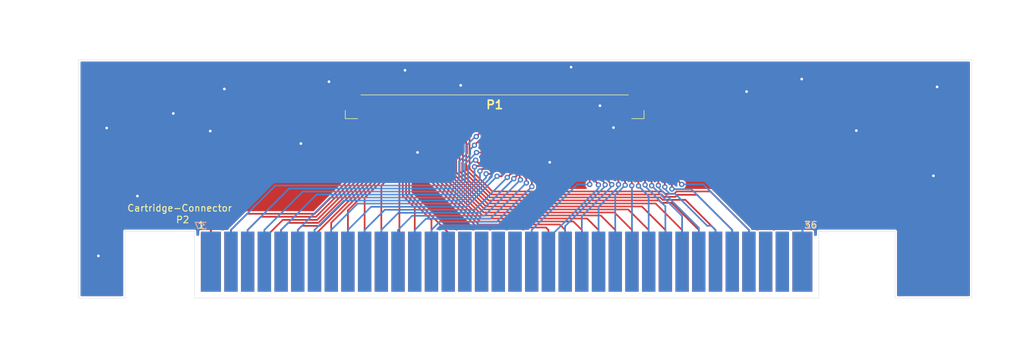
<source format=kicad_pcb>
(kicad_pcb (version 20171130) (host pcbnew "(5.1.10)-1")

  (general
    (thickness 1.6)
    (drawings 18)
    (tracks 428)
    (zones 0)
    (modules 2)
    (nets 87)
  )

  (page A4)
  (layers
    (0 F.Cu signal)
    (31 B.Cu signal)
    (32 B.Adhes user)
    (33 F.Adhes user)
    (34 B.Paste user)
    (35 F.Paste user)
    (36 B.SilkS user)
    (37 F.SilkS user)
    (38 B.Mask user)
    (39 F.Mask user)
    (40 Dwgs.User user)
    (41 Cmts.User user)
    (42 Eco1.User user)
    (43 Eco2.User user)
    (44 Edge.Cuts user)
    (45 Margin user)
    (46 B.CrtYd user)
    (47 F.CrtYd user)
    (48 B.Fab user)
    (49 F.Fab user)
  )

  (setup
    (last_trace_width 0.25)
    (user_trace_width 0.45)
    (user_trace_width 0.5)
    (user_trace_width 1.25)
    (user_trace_width 1.5)
    (trace_clearance 0.2)
    (zone_clearance 0.254)
    (zone_45_only no)
    (trace_min 0.2)
    (via_size 0.8)
    (via_drill 0.4)
    (via_min_size 0.4)
    (via_min_drill 0.3)
    (uvia_size 0.3)
    (uvia_drill 0.1)
    (uvias_allowed no)
    (uvia_min_size 0.2)
    (uvia_min_drill 0.1)
    (edge_width 0.05)
    (segment_width 0.2)
    (pcb_text_width 0.3)
    (pcb_text_size 1.5 1.5)
    (mod_edge_width 0.12)
    (mod_text_size 1 1)
    (mod_text_width 0.15)
    (pad_size 3 3)
    (pad_drill 1.5)
    (pad_to_mask_clearance 0)
    (aux_axis_origin 0 0)
    (visible_elements 7FFFFFFF)
    (pcbplotparams
      (layerselection 0x3ffff_ffffffff)
      (usegerberextensions false)
      (usegerberattributes false)
      (usegerberadvancedattributes false)
      (creategerberjobfile false)
      (excludeedgelayer true)
      (linewidth 0.100000)
      (plotframeref false)
      (viasonmask false)
      (mode 1)
      (useauxorigin false)
      (hpglpennumber 1)
      (hpglpenspeed 20)
      (hpglpendiameter 15.000000)
      (psnegative false)
      (psa4output false)
      (plotreference true)
      (plotvalue true)
      (plotinvisibletext false)
      (padsonsilk false)
      (subtractmaskfromsilk false)
      (outputformat 1)
      (mirror false)
      (drillshape 0)
      (scaleselection 1)
      (outputdirectory "C:/Users/Redherring32/Desktop/New folder/TinyTendo.git/trunk/Extract for gerbers/"))
  )

  (net 0 "")
  (net 1 /GND)
  (net 2 /PPU-D4)
  (net 3 /PPU-D5)
  (net 4 /VRAM-~CE)
  (net 5 /CPU-A14)
  (net 6 /CPU-D5)
  (net 7 /CPU-D1)
  (net 8 /CPU-D0)
  (net 9 /CPU-D3)
  (net 10 /~ROMSEL)
  (net 11 /CPU-D4)
  (net 12 /CPU-D6)
  (net 13 /PPU-~WE)
  (net 14 /CPU-D2)
  (net 15 /CPU-D7)
  (net 16 /CPU-A13)
  (net 17 /CPU-A12)
  (net 18 /M2)
  (net 19 /PPU-A11)
  (net 20 /PPU-A9)
  (net 21 /PPU-A7)
  (net 22 /PPU-A8)
  (net 23 /PPU-~A13)
  (net 24 /PPU-A10)
  (net 25 /PPU-D6)
  (net 26 /PPU-D7)
  (net 27 /PPU-A13)
  (net 28 /PPU-A12)
  (net 29 /VCC)
  (net 30 /PPU-D3)
  (net 31 /PPU-D2)
  (net 32 /PPU-D1)
  (net 33 /PPU-D0)
  (net 34 /PPU-A0)
  (net 35 /PPU-A1)
  (net 36 /PPU-A2)
  (net 37 /PPU-A3)
  (net 38 /PPU-A4)
  (net 39 /PPU-A5)
  (net 40 /PPU-A6)
  (net 41 /VRAM-A10)
  (net 42 /PPU-~RD)
  (net 43 /~IRQ)
  (net 44 /CPU-R~W)
  (net 45 /CPU-A0)
  (net 46 /CPU-A1)
  (net 47 /CPU-A2)
  (net 48 /CPU-A3)
  (net 49 /CPU-A4)
  (net 50 /CPU-A5)
  (net 51 /CPU-A6)
  (net 52 /CPU-A7)
  (net 53 /CPU-A8)
  (net 54 /CPU-A9)
  (net 55 /CPU-A10)
  (net 56 /CPU-A11)
  (net 57 "Net-(P2-Pad71)")
  (net 58 "Net-(P2-Pad70)")
  (net 59 "Net-(P2-Pad55)")
  (net 60 "Net-(P2-Pad54)")
  (net 61 "Net-(P2-Pad53)")
  (net 62 "Net-(P2-Pad52)")
  (net 63 "Net-(P2-Pad51)")
  (net 64 "Net-(P2-Pad37)")
  (net 65 "Net-(P2-Pad35)")
  (net 66 "Net-(P2-Pad34)")
  (net 67 "Net-(P2-Pad20)")
  (net 68 "Net-(P2-Pad19)")
  (net 69 "Net-(P2-Pad18)")
  (net 70 "Net-(P2-Pad17)")
  (net 71 "Net-(P2-Pad16)")
  (net 72 /SYSTEM-CLK)
  (net 73 /CIC-TO-MB)
  (net 74 /CIC-TO-CART)
  (net 75 /CIC-CLK)
  (net 76 /CIC-RST)
  (net 77 /EXP-0)
  (net 78 /EXP-1)
  (net 79 /EXP-2)
  (net 80 /EXP-3)
  (net 81 /EXP-4)
  (net 82 /EXP-9)
  (net 83 /EXP-7)
  (net 84 /EXP-6)
  (net 85 /EXP-5)
  (net 86 /EXP-8)

  (net_class Default "This is the default net class."
    (clearance 0.2)
    (trace_width 0.25)
    (via_dia 0.8)
    (via_drill 0.4)
    (uvia_dia 0.3)
    (uvia_drill 0.1)
    (add_net /CIC-CLK)
    (add_net /CIC-RST)
    (add_net /CIC-TO-CART)
    (add_net /CIC-TO-MB)
    (add_net /CPU-A0)
    (add_net /CPU-A1)
    (add_net /CPU-A10)
    (add_net /CPU-A11)
    (add_net /CPU-A12)
    (add_net /CPU-A13)
    (add_net /CPU-A14)
    (add_net /CPU-A2)
    (add_net /CPU-A3)
    (add_net /CPU-A4)
    (add_net /CPU-A5)
    (add_net /CPU-A6)
    (add_net /CPU-A7)
    (add_net /CPU-A8)
    (add_net /CPU-A9)
    (add_net /CPU-D0)
    (add_net /CPU-D1)
    (add_net /CPU-D2)
    (add_net /CPU-D3)
    (add_net /CPU-D4)
    (add_net /CPU-D5)
    (add_net /CPU-D6)
    (add_net /CPU-D7)
    (add_net /CPU-R~W)
    (add_net /EXP-0)
    (add_net /EXP-1)
    (add_net /EXP-2)
    (add_net /EXP-3)
    (add_net /EXP-4)
    (add_net /EXP-5)
    (add_net /EXP-6)
    (add_net /EXP-7)
    (add_net /EXP-8)
    (add_net /EXP-9)
    (add_net /GND)
    (add_net /M2)
    (add_net /PPU-A0)
    (add_net /PPU-A1)
    (add_net /PPU-A10)
    (add_net /PPU-A11)
    (add_net /PPU-A12)
    (add_net /PPU-A13)
    (add_net /PPU-A2)
    (add_net /PPU-A3)
    (add_net /PPU-A4)
    (add_net /PPU-A5)
    (add_net /PPU-A6)
    (add_net /PPU-A7)
    (add_net /PPU-A8)
    (add_net /PPU-A9)
    (add_net /PPU-D0)
    (add_net /PPU-D1)
    (add_net /PPU-D2)
    (add_net /PPU-D3)
    (add_net /PPU-D4)
    (add_net /PPU-D5)
    (add_net /PPU-D6)
    (add_net /PPU-D7)
    (add_net /PPU-~A13)
    (add_net /PPU-~RD)
    (add_net /PPU-~WE)
    (add_net /SYSTEM-CLK)
    (add_net /VCC)
    (add_net /VRAM-A10)
    (add_net /VRAM-~CE)
    (add_net /~IRQ)
    (add_net /~ROMSEL)
    (add_net "Net-(P2-Pad16)")
    (add_net "Net-(P2-Pad17)")
    (add_net "Net-(P2-Pad18)")
    (add_net "Net-(P2-Pad19)")
    (add_net "Net-(P2-Pad20)")
    (add_net "Net-(P2-Pad34)")
    (add_net "Net-(P2-Pad35)")
    (add_net "Net-(P2-Pad37)")
    (add_net "Net-(P2-Pad51)")
    (add_net "Net-(P2-Pad52)")
    (add_net "Net-(P2-Pad53)")
    (add_net "Net-(P2-Pad54)")
    (add_net "Net-(P2-Pad55)")
    (add_net "Net-(P2-Pad70)")
    (add_net "Net-(P2-Pad71)")
  )

  (module NESRE:NES_Edge_Connector (layer F.Cu) (tedit 5DAD00C1) (tstamp 5D999EE5)
    (at 274.155 139.515)
    (path /5D838060)
    (fp_text reference P2 (at 13.525 -0.025) (layer F.SilkS)
      (effects (font (size 1 1) (thickness 0.15)))
    )
    (fp_text value "72-Pin Connector" (at 13.725 -0.825) (layer F.Fab)
      (effects (font (size 1 1) (thickness 0.15)))
    )
    (pad 1 smd rect (at 17.75 6.25) (size 3 9) (layers F.Cu F.Paste F.Mask)
      (net 1 /GND))
    (pad 2 smd rect (at 20.75 6.25) (size 2 9) (layers F.Cu F.Paste F.Mask)
      (net 56 /CPU-A11))
    (pad 3 smd rect (at 23.25 6.25) (size 2 9) (layers F.Cu F.Paste F.Mask)
      (net 55 /CPU-A10))
    (pad 4 smd rect (at 25.75 6.25) (size 2 9) (layers F.Cu F.Paste F.Mask)
      (net 54 /CPU-A9))
    (pad 5 smd rect (at 28.25 6.25) (size 2 9) (layers F.Cu F.Paste F.Mask)
      (net 53 /CPU-A8))
    (pad 6 smd rect (at 30.75 6.25) (size 2 9) (layers F.Cu F.Paste F.Mask)
      (net 52 /CPU-A7))
    (pad 7 smd rect (at 33.25 6.25) (size 2 9) (layers F.Cu F.Paste F.Mask)
      (net 51 /CPU-A6))
    (pad 8 smd rect (at 35.75 6.25) (size 2 9) (layers F.Cu F.Paste F.Mask)
      (net 50 /CPU-A5))
    (pad 9 smd rect (at 38.25 6.25) (size 2 9) (layers F.Cu F.Paste F.Mask)
      (net 49 /CPU-A4))
    (pad 10 smd rect (at 40.75 6.25) (size 2 9) (layers F.Cu F.Paste F.Mask)
      (net 48 /CPU-A3))
    (pad 11 smd rect (at 43.25 6.25) (size 2 9) (layers F.Cu F.Paste F.Mask)
      (net 47 /CPU-A2))
    (pad 12 smd rect (at 45.75 6.25) (size 2 9) (layers F.Cu F.Paste F.Mask)
      (net 46 /CPU-A1))
    (pad 13 smd rect (at 48.25 6.25) (size 2 9) (layers F.Cu F.Paste F.Mask)
      (net 45 /CPU-A0))
    (pad 14 smd rect (at 50.75 6.25) (size 2 9) (layers F.Cu F.Paste F.Mask)
      (net 44 /CPU-R~W))
    (pad 15 smd rect (at 53.25 6.25) (size 2 9) (layers F.Cu F.Paste F.Mask)
      (net 43 /~IRQ))
    (pad 16 smd rect (at 55.75 6.25) (size 2 9) (layers F.Cu F.Paste F.Mask)
      (net 77 /EXP-0))
    (pad 17 smd rect (at 58.25 6.25) (size 2 9) (layers F.Cu F.Paste F.Mask)
      (net 78 /EXP-1))
    (pad 18 smd rect (at 60.75 6.25) (size 2 9) (layers F.Cu F.Paste F.Mask)
      (net 79 /EXP-2))
    (pad 19 smd rect (at 63.25 6.25) (size 2 9) (layers F.Cu F.Paste F.Mask)
      (net 80 /EXP-3))
    (pad 20 smd rect (at 65.75 6.25) (size 2 9) (layers F.Cu F.Paste F.Mask)
      (net 81 /EXP-4))
    (pad 21 smd rect (at 68.25 6.25) (size 2 9) (layers F.Cu F.Paste F.Mask)
      (net 42 /PPU-~RD))
    (pad 22 smd rect (at 70.75 6.25) (size 2 9) (layers F.Cu F.Paste F.Mask)
      (net 41 /VRAM-A10))
    (pad 23 smd rect (at 73.25 6.25) (size 2 9) (layers F.Cu F.Paste F.Mask)
      (net 40 /PPU-A6))
    (pad 24 smd rect (at 75.75 6.25) (size 2 9) (layers F.Cu F.Paste F.Mask)
      (net 39 /PPU-A5))
    (pad 25 smd rect (at 78.25 6.25) (size 2 9) (layers F.Cu F.Paste F.Mask)
      (net 38 /PPU-A4))
    (pad 26 smd rect (at 80.75 6.25) (size 2 9) (layers F.Cu F.Paste F.Mask)
      (net 37 /PPU-A3))
    (pad 27 smd rect (at 83.25 6.25) (size 2 9) (layers F.Cu F.Paste F.Mask)
      (net 36 /PPU-A2))
    (pad 28 smd rect (at 85.75 6.25) (size 2 9) (layers F.Cu F.Paste F.Mask)
      (net 35 /PPU-A1))
    (pad 29 smd rect (at 88.25 6.25) (size 2 9) (layers F.Cu F.Paste F.Mask)
      (net 34 /PPU-A0))
    (pad 30 smd rect (at 90.75 6.25) (size 2 9) (layers F.Cu F.Paste F.Mask)
      (net 33 /PPU-D0))
    (pad 31 smd rect (at 93.25 6.25) (size 2 9) (layers F.Cu F.Paste F.Mask)
      (net 32 /PPU-D1))
    (pad 32 smd rect (at 95.75 6.25) (size 2 9) (layers F.Cu F.Paste F.Mask)
      (net 31 /PPU-D2))
    (pad 33 smd rect (at 98.25 6.25) (size 2 9) (layers F.Cu F.Paste F.Mask)
      (net 30 /PPU-D3))
    (pad 34 smd rect (at 100.75 6.25) (size 2 9) (layers F.Cu F.Paste F.Mask)
      (net 74 /CIC-TO-CART))
    (pad 35 smd rect (at 103.25 6.25) (size 2 9) (layers F.Cu F.Paste F.Mask)
      (net 73 /CIC-TO-MB))
    (pad 36 smd rect (at 106.25 6.25) (size 3 9) (layers F.Cu F.Paste F.Mask)
      (net 29 /VCC))
    (pad 64 smd rect (at 85.75 6.25) (size 2 9) (layers B.Cu B.Paste B.Mask)
      (net 28 /PPU-A12))
    (pad 65 smd rect (at 88.25 6.25) (size 2 9) (layers B.Cu B.Paste B.Mask)
      (net 27 /PPU-A13))
    (pad 66 smd rect (at 90.75 6.25) (size 2 9) (layers B.Cu B.Paste B.Mask)
      (net 26 /PPU-D7))
    (pad 67 smd rect (at 93.25 6.25) (size 2 9) (layers B.Cu B.Paste B.Mask)
      (net 25 /PPU-D6))
    (pad 63 smd rect (at 83.25 6.25) (size 2 9) (layers B.Cu B.Paste B.Mask)
      (net 24 /PPU-A10))
    (pad 58 smd rect (at 70.75 6.25) (size 2 9) (layers B.Cu B.Paste B.Mask)
      (net 23 /PPU-~A13))
    (pad 60 smd rect (at 75.75 6.25) (size 2 9) (layers B.Cu B.Paste B.Mask)
      (net 22 /PPU-A8))
    (pad 59 smd rect (at 73.25 6.25) (size 2 9) (layers B.Cu B.Paste B.Mask)
      (net 21 /PPU-A7))
    (pad 61 smd rect (at 78.25 6.25) (size 2 9) (layers B.Cu B.Paste B.Mask)
      (net 20 /PPU-A9))
    (pad 62 smd rect (at 80.75 6.25) (size 2 9) (layers B.Cu B.Paste B.Mask)
      (net 19 /PPU-A11))
    (pad 37 smd rect (at 17.75 6.25) (size 3 9) (layers B.Cu B.Paste B.Mask)
      (net 72 /SYSTEM-CLK))
    (pad 38 smd rect (at 20.75 6.25) (size 2 9) (layers B.Cu B.Paste B.Mask)
      (net 18 /M2))
    (pad 39 smd rect (at 23.25 6.25) (size 2 9) (layers B.Cu B.Paste B.Mask)
      (net 17 /CPU-A12))
    (pad 40 smd rect (at 25.75 6.25) (size 2 9) (layers B.Cu B.Paste B.Mask)
      (net 16 /CPU-A13))
    (pad 53 smd rect (at 58.25 6.25) (size 2 9) (layers B.Cu B.Paste B.Mask)
      (net 83 /EXP-7))
    (pad 51 smd rect (at 53.25 6.25) (size 2 9) (layers B.Cu B.Paste B.Mask)
      (net 82 /EXP-9))
    (pad 52 smd rect (at 55.75 6.25) (size 2 9) (layers B.Cu B.Paste B.Mask)
      (net 86 /EXP-8))
    (pad 42 smd rect (at 30.75 6.25) (size 2 9) (layers B.Cu B.Paste B.Mask)
      (net 15 /CPU-D7))
    (pad 47 smd rect (at 43.25 6.25) (size 2 9) (layers B.Cu B.Paste B.Mask)
      (net 14 /CPU-D2))
    (pad 56 smd rect (at 65.75 6.25) (size 2 9) (layers B.Cu B.Paste B.Mask)
      (net 13 /PPU-~WE))
    (pad 43 smd rect (at 33.25 6.25) (size 2 9) (layers B.Cu B.Paste B.Mask)
      (net 12 /CPU-D6))
    (pad 45 smd rect (at 38.25 6.25) (size 2 9) (layers B.Cu B.Paste B.Mask)
      (net 11 /CPU-D4))
    (pad 50 smd rect (at 50.75 6.25) (size 2 9) (layers B.Cu B.Paste B.Mask)
      (net 10 /~ROMSEL))
    (pad 46 smd rect (at 40.75 6.25) (size 2 9) (layers B.Cu B.Paste B.Mask)
      (net 9 /CPU-D3))
    (pad 49 smd rect (at 48.25 6.25) (size 2 9) (layers B.Cu B.Paste B.Mask)
      (net 8 /CPU-D0))
    (pad 55 smd rect (at 63.25 6.25) (size 2 9) (layers B.Cu B.Paste B.Mask)
      (net 85 /EXP-5))
    (pad 48 smd rect (at 45.75 6.25) (size 2 9) (layers B.Cu B.Paste B.Mask)
      (net 7 /CPU-D1))
    (pad 44 smd rect (at 35.75 6.25) (size 2 9) (layers B.Cu B.Paste B.Mask)
      (net 6 /CPU-D5))
    (pad 41 smd rect (at 28.25 6.25) (size 2 9) (layers B.Cu B.Paste B.Mask)
      (net 5 /CPU-A14))
    (pad 54 smd rect (at 60.75 6.25) (size 2 9) (layers B.Cu B.Paste B.Mask)
      (net 84 /EXP-6))
    (pad 57 smd rect (at 68.25 6.25) (size 2 9) (layers B.Cu B.Paste B.Mask)
      (net 4 /VRAM-~CE))
    (pad 68 smd rect (at 95.75 6.25) (size 2 9) (layers B.Cu B.Paste B.Mask)
      (net 3 /PPU-D5))
    (pad 69 smd rect (at 98.25 6.25) (size 2 9) (layers B.Cu B.Paste B.Mask)
      (net 2 /PPU-D4))
    (pad 70 smd rect (at 100.75 6.25) (size 2 9) (layers B.Cu B.Paste B.Mask)
      (net 76 /CIC-RST))
    (pad 71 smd rect (at 103.25 6.25) (size 2 9) (layers B.Cu B.Paste B.Mask)
      (net 75 /CIC-CLK))
    (pad 72 smd rect (at 106.25 6.25) (size 3 9) (layers B.Cu B.Paste B.Mask)
      (net 1 /GND))
  )

  (module SamacSys_Parts:5051108091 (layer F.Cu) (tedit 605DFA78) (tstamp 614429BA)
    (at 334.36 122.11 180)
    (descr 505110-8091-2)
    (tags Connector)
    (path /613EE4AA)
    (attr smd)
    (fp_text reference P1 (at 0 -0.15) (layer F.SilkS)
      (effects (font (size 1.27 1.27) (thickness 0.254)))
    )
    (fp_text value "72-Pin Connector" (at 0 -0.15) (layer F.SilkS) hide
      (effects (font (size 1.27 1.27) (thickness 0.254)))
    )
    (fp_line (start -22.35 -2.225) (end 22.35 -2.225) (layer F.Fab) (width 0.2))
    (fp_line (start 22.35 -2.225) (end 22.35 1.325) (layer F.Fab) (width 0.2))
    (fp_line (start 22.35 1.325) (end -22.35 1.325) (layer F.Fab) (width 0.2))
    (fp_line (start -22.35 1.325) (end -22.35 -2.225) (layer F.Fab) (width 0.2))
    (fp_line (start 22.35 -2.225) (end 21.95 -2.225) (layer F.Fab) (width 0.2))
    (fp_line (start 21.95 -2.225) (end 21.95 -2.625) (layer F.Fab) (width 0.2))
    (fp_line (start 21.95 -2.625) (end 22.35 -2.625) (layer F.Fab) (width 0.2))
    (fp_line (start 22.35 -2.625) (end 22.35 -2.225) (layer F.Fab) (width 0.2))
    (fp_line (start -22.35 -2.225) (end -21.95 -2.225) (layer F.Fab) (width 0.2))
    (fp_line (start -21.95 -2.225) (end -21.95 -2.625) (layer F.Fab) (width 0.2))
    (fp_line (start -21.95 -2.625) (end -22.35 -2.625) (layer F.Fab) (width 0.2))
    (fp_line (start -22.35 -2.625) (end -22.35 -2.225) (layer F.Fab) (width 0.2))
    (fp_line (start -21.55 1.325) (end 21.55 1.325) (layer F.Fab) (width 0.2))
    (fp_line (start 21.55 1.325) (end 21.55 2.625) (layer F.Fab) (width 0.2))
    (fp_line (start 21.55 2.625) (end -21.55 2.625) (layer F.Fab) (width 0.2))
    (fp_line (start -21.55 2.625) (end -21.55 1.325) (layer F.Fab) (width 0.2))
    (fp_line (start -23.55 -3.425) (end 23.55 -3.425) (layer F.CrtYd) (width 0.1))
    (fp_line (start 23.55 -3.425) (end 23.55 3.125) (layer F.CrtYd) (width 0.1))
    (fp_line (start 23.55 3.125) (end -23.55 3.125) (layer F.CrtYd) (width 0.1))
    (fp_line (start -23.55 3.125) (end -23.55 -3.425) (layer F.CrtYd) (width 0.1))
    (fp_line (start 20.5 -2.225) (end 22.35 -2.225) (layer F.SilkS) (width 0.1))
    (fp_line (start 22.35 -2.225) (end 22.35 -1) (layer F.SilkS) (width 0.1))
    (fp_line (start -20.5 -2.225) (end -22.35 -2.225) (layer F.SilkS) (width 0.1))
    (fp_line (start -22.35 -2.225) (end -22.35 -1) (layer F.SilkS) (width 0.1))
    (fp_line (start -20 1.325) (end 20 1.325) (layer F.SilkS) (width 0.1))
    (fp_text user %R (at 0 -0.15) (layer F.Fab)
      (effects (font (size 1.27 1.27) (thickness 0.254)))
    )
    (pad MP2 smd rect (at -22.05 0.275 270) (size 1.3 2) (layers F.Cu F.Paste F.Mask))
    (pad MP1 smd rect (at 22.05 0.275 270) (size 1.3 2) (layers F.Cu F.Paste F.Mask))
    (pad 80 smd rect (at -19.75 -2.425 180) (size 0.3 1) (layers F.Cu F.Paste F.Mask))
    (pad 79 smd rect (at -19.25 -2.425 180) (size 0.3 1) (layers F.Cu F.Paste F.Mask))
    (pad 78 smd rect (at -18.75 -2.425 180) (size 0.3 1) (layers F.Cu F.Paste F.Mask))
    (pad 77 smd rect (at -18.25 -2.425 180) (size 0.3 1) (layers F.Cu F.Paste F.Mask))
    (pad 76 smd rect (at -17.75 -2.425 180) (size 0.3 1) (layers F.Cu F.Paste F.Mask))
    (pad 75 smd rect (at -17.25 -2.425 180) (size 0.3 1) (layers F.Cu F.Paste F.Mask))
    (pad 74 smd rect (at -16.75 -2.425 180) (size 0.3 1) (layers F.Cu F.Paste F.Mask))
    (pad 73 smd rect (at -16.25 -2.425 180) (size 0.3 1) (layers F.Cu F.Paste F.Mask))
    (pad 72 smd rect (at -15.75 -2.425 180) (size 0.3 1) (layers F.Cu F.Paste F.Mask)
      (net 1 /GND))
    (pad 71 smd rect (at -15.25 -2.425 180) (size 0.3 1) (layers F.Cu F.Paste F.Mask)
      (net 57 "Net-(P2-Pad71)"))
    (pad 70 smd rect (at -14.75 -2.425 180) (size 0.3 1) (layers F.Cu F.Paste F.Mask)
      (net 58 "Net-(P2-Pad70)"))
    (pad 69 smd rect (at -14.25 -2.425 180) (size 0.3 1) (layers F.Cu F.Paste F.Mask)
      (net 2 /PPU-D4))
    (pad 68 smd rect (at -13.75 -2.425 180) (size 0.3 1) (layers F.Cu F.Paste F.Mask)
      (net 3 /PPU-D5))
    (pad 67 smd rect (at -13.25 -2.425 180) (size 0.3 1) (layers F.Cu F.Paste F.Mask)
      (net 25 /PPU-D6))
    (pad 66 smd rect (at -12.75 -2.425 180) (size 0.3 1) (layers F.Cu F.Paste F.Mask)
      (net 26 /PPU-D7))
    (pad 65 smd rect (at -12.25 -2.425 180) (size 0.3 1) (layers F.Cu F.Paste F.Mask)
      (net 27 /PPU-A13))
    (pad 64 smd rect (at -11.75 -2.425 180) (size 0.3 1) (layers F.Cu F.Paste F.Mask)
      (net 28 /PPU-A12))
    (pad 63 smd rect (at -11.25 -2.425 180) (size 0.3 1) (layers F.Cu F.Paste F.Mask)
      (net 24 /PPU-A10))
    (pad 62 smd rect (at -10.75 -2.425 180) (size 0.3 1) (layers F.Cu F.Paste F.Mask)
      (net 19 /PPU-A11))
    (pad 61 smd rect (at -10.25 -2.425 180) (size 0.3 1) (layers F.Cu F.Paste F.Mask)
      (net 20 /PPU-A9))
    (pad 60 smd rect (at -9.75 -2.425 180) (size 0.3 1) (layers F.Cu F.Paste F.Mask)
      (net 22 /PPU-A8))
    (pad 59 smd rect (at -9.25 -2.425 180) (size 0.3 1) (layers F.Cu F.Paste F.Mask)
      (net 21 /PPU-A7))
    (pad 58 smd rect (at -8.75 -2.425 180) (size 0.3 1) (layers F.Cu F.Paste F.Mask)
      (net 23 /PPU-~A13))
    (pad 57 smd rect (at -8.25 -2.425 180) (size 0.3 1) (layers F.Cu F.Paste F.Mask)
      (net 4 /VRAM-~CE))
    (pad 56 smd rect (at -7.75 -2.425 180) (size 0.3 1) (layers F.Cu F.Paste F.Mask)
      (net 13 /PPU-~WE))
    (pad 55 smd rect (at -7.25 -2.425 180) (size 0.3 1) (layers F.Cu F.Paste F.Mask)
      (net 59 "Net-(P2-Pad55)"))
    (pad 54 smd rect (at -6.75 -2.425 180) (size 0.3 1) (layers F.Cu F.Paste F.Mask)
      (net 60 "Net-(P2-Pad54)"))
    (pad 53 smd rect (at -6.25 -2.425 180) (size 0.3 1) (layers F.Cu F.Paste F.Mask)
      (net 61 "Net-(P2-Pad53)"))
    (pad 52 smd rect (at -5.75 -2.425 180) (size 0.3 1) (layers F.Cu F.Paste F.Mask)
      (net 62 "Net-(P2-Pad52)"))
    (pad 51 smd rect (at -5.25 -2.425 180) (size 0.3 1) (layers F.Cu F.Paste F.Mask)
      (net 63 "Net-(P2-Pad51)"))
    (pad 50 smd rect (at -4.75 -2.425 180) (size 0.3 1) (layers F.Cu F.Paste F.Mask)
      (net 10 /~ROMSEL))
    (pad 49 smd rect (at -4.25 -2.425 180) (size 0.3 1) (layers F.Cu F.Paste F.Mask)
      (net 8 /CPU-D0))
    (pad 48 smd rect (at -3.75 -2.425 180) (size 0.3 1) (layers F.Cu F.Paste F.Mask)
      (net 7 /CPU-D1))
    (pad 47 smd rect (at -3.25 -2.425 180) (size 0.3 1) (layers F.Cu F.Paste F.Mask)
      (net 14 /CPU-D2))
    (pad 46 smd rect (at -2.75 -2.425 180) (size 0.3 1) (layers F.Cu F.Paste F.Mask)
      (net 9 /CPU-D3))
    (pad 45 smd rect (at -2.25 -2.425 180) (size 0.3 1) (layers F.Cu F.Paste F.Mask)
      (net 11 /CPU-D4))
    (pad 44 smd rect (at -1.75 -2.425 180) (size 0.3 1) (layers F.Cu F.Paste F.Mask)
      (net 6 /CPU-D5))
    (pad 43 smd rect (at -1.25 -2.425 180) (size 0.3 1) (layers F.Cu F.Paste F.Mask)
      (net 12 /CPU-D6))
    (pad 42 smd rect (at -0.75 -2.425 180) (size 0.3 1) (layers F.Cu F.Paste F.Mask)
      (net 15 /CPU-D7))
    (pad 41 smd rect (at -0.25 -2.425 180) (size 0.3 1) (layers F.Cu F.Paste F.Mask)
      (net 5 /CPU-A14))
    (pad 40 smd rect (at 0.25 -2.425 180) (size 0.3 1) (layers F.Cu F.Paste F.Mask)
      (net 16 /CPU-A13))
    (pad 39 smd rect (at 0.75 -2.425 180) (size 0.3 1) (layers F.Cu F.Paste F.Mask)
      (net 17 /CPU-A12))
    (pad 38 smd rect (at 1.25 -2.425 180) (size 0.3 1) (layers F.Cu F.Paste F.Mask)
      (net 18 /M2))
    (pad 37 smd rect (at 1.75 -2.425 180) (size 0.3 1) (layers F.Cu F.Paste F.Mask)
      (net 64 "Net-(P2-Pad37)"))
    (pad 36 smd rect (at 2.25 -2.425 180) (size 0.3 1) (layers F.Cu F.Paste F.Mask)
      (net 29 /VCC))
    (pad 35 smd rect (at 2.75 -2.425 180) (size 0.3 1) (layers F.Cu F.Paste F.Mask)
      (net 65 "Net-(P2-Pad35)"))
    (pad 34 smd rect (at 3.25 -2.425 180) (size 0.3 1) (layers F.Cu F.Paste F.Mask)
      (net 66 "Net-(P2-Pad34)"))
    (pad 33 smd rect (at 3.75 -2.425 180) (size 0.3 1) (layers F.Cu F.Paste F.Mask)
      (net 30 /PPU-D3))
    (pad 32 smd rect (at 4.25 -2.425 180) (size 0.3 1) (layers F.Cu F.Paste F.Mask)
      (net 31 /PPU-D2))
    (pad 31 smd rect (at 4.75 -2.425 180) (size 0.3 1) (layers F.Cu F.Paste F.Mask)
      (net 32 /PPU-D1))
    (pad 30 smd rect (at 5.25 -2.425 180) (size 0.3 1) (layers F.Cu F.Paste F.Mask)
      (net 33 /PPU-D0))
    (pad 29 smd rect (at 5.75 -2.425 180) (size 0.3 1) (layers F.Cu F.Paste F.Mask)
      (net 34 /PPU-A0))
    (pad 28 smd rect (at 6.25 -2.425 180) (size 0.3 1) (layers F.Cu F.Paste F.Mask)
      (net 35 /PPU-A1))
    (pad 27 smd rect (at 6.75 -2.425 180) (size 0.3 1) (layers F.Cu F.Paste F.Mask)
      (net 36 /PPU-A2))
    (pad 26 smd rect (at 7.25 -2.425 180) (size 0.3 1) (layers F.Cu F.Paste F.Mask)
      (net 37 /PPU-A3))
    (pad 25 smd rect (at 7.75 -2.425 180) (size 0.3 1) (layers F.Cu F.Paste F.Mask)
      (net 38 /PPU-A4))
    (pad 24 smd rect (at 8.25 -2.425 180) (size 0.3 1) (layers F.Cu F.Paste F.Mask)
      (net 39 /PPU-A5))
    (pad 23 smd rect (at 8.75 -2.425 180) (size 0.3 1) (layers F.Cu F.Paste F.Mask)
      (net 40 /PPU-A6))
    (pad 22 smd rect (at 9.25 -2.425 180) (size 0.3 1) (layers F.Cu F.Paste F.Mask)
      (net 41 /VRAM-A10))
    (pad 21 smd rect (at 9.75 -2.425 180) (size 0.3 1) (layers F.Cu F.Paste F.Mask)
      (net 42 /PPU-~RD))
    (pad 20 smd rect (at 10.25 -2.425 180) (size 0.3 1) (layers F.Cu F.Paste F.Mask)
      (net 67 "Net-(P2-Pad20)"))
    (pad 19 smd rect (at 10.75 -2.425 180) (size 0.3 1) (layers F.Cu F.Paste F.Mask)
      (net 68 "Net-(P2-Pad19)"))
    (pad 18 smd rect (at 11.25 -2.425 180) (size 0.3 1) (layers F.Cu F.Paste F.Mask)
      (net 69 "Net-(P2-Pad18)"))
    (pad 17 smd rect (at 11.75 -2.425 180) (size 0.3 1) (layers F.Cu F.Paste F.Mask)
      (net 70 "Net-(P2-Pad17)"))
    (pad 16 smd rect (at 12.25 -2.425 180) (size 0.3 1) (layers F.Cu F.Paste F.Mask)
      (net 71 "Net-(P2-Pad16)"))
    (pad 15 smd rect (at 12.75 -2.425 180) (size 0.3 1) (layers F.Cu F.Paste F.Mask)
      (net 43 /~IRQ))
    (pad 14 smd rect (at 13.25 -2.425 180) (size 0.3 1) (layers F.Cu F.Paste F.Mask)
      (net 44 /CPU-R~W))
    (pad 13 smd rect (at 13.75 -2.425 180) (size 0.3 1) (layers F.Cu F.Paste F.Mask)
      (net 45 /CPU-A0))
    (pad 12 smd rect (at 14.25 -2.425 180) (size 0.3 1) (layers F.Cu F.Paste F.Mask)
      (net 46 /CPU-A1))
    (pad 11 smd rect (at 14.75 -2.425 180) (size 0.3 1) (layers F.Cu F.Paste F.Mask)
      (net 47 /CPU-A2))
    (pad 10 smd rect (at 15.25 -2.425 180) (size 0.3 1) (layers F.Cu F.Paste F.Mask)
      (net 48 /CPU-A3))
    (pad 9 smd rect (at 15.75 -2.425 180) (size 0.3 1) (layers F.Cu F.Paste F.Mask)
      (net 49 /CPU-A4))
    (pad 8 smd rect (at 16.25 -2.425 180) (size 0.3 1) (layers F.Cu F.Paste F.Mask)
      (net 50 /CPU-A5))
    (pad 7 smd rect (at 16.75 -2.425 180) (size 0.3 1) (layers F.Cu F.Paste F.Mask)
      (net 51 /CPU-A6))
    (pad 6 smd rect (at 17.25 -2.425 180) (size 0.3 1) (layers F.Cu F.Paste F.Mask)
      (net 52 /CPU-A7))
    (pad 5 smd rect (at 17.75 -2.425 180) (size 0.3 1) (layers F.Cu F.Paste F.Mask)
      (net 53 /CPU-A8))
    (pad 4 smd rect (at 18.25 -2.425 180) (size 0.3 1) (layers F.Cu F.Paste F.Mask)
      (net 54 /CPU-A9))
    (pad 3 smd rect (at 18.75 -2.425 180) (size 0.3 1) (layers F.Cu F.Paste F.Mask)
      (net 55 /CPU-A10))
    (pad 2 smd rect (at 19.25 -2.425 180) (size 0.3 1) (layers F.Cu F.Paste F.Mask)
      (net 56 /CPU-A11))
    (pad 1 smd rect (at 19.75 -2.425 180) (size 0.3 1) (layers F.Cu F.Paste F.Mask)
      (net 1 /GND))
    (model ${KIPRJMOD}/5051108091.stp
      (at (xyz 0 0 0))
      (scale (xyz 1 1 1))
      (rotate (xyz 0 0 0))
    )
  )

  (gr_line (start 405.74 115.52) (end 405.74 151.21) (layer Edge.Cuts) (width 0.05))
  (gr_line (start 394.63 115.52) (end 405.74 115.52) (layer Edge.Cuts) (width 0.05))
  (gr_line (start 272.12 115.52) (end 394.63 115.52) (layer Edge.Cuts) (width 0.05))
  (gr_line (start 272.12 151.215) (end 272.12 115.52) (layer Edge.Cuts) (width 0.05))
  (gr_line (start 289.455 151.215) (end 382.855 151.215) (layer Edge.Cuts) (width 0.05) (tstamp 5D50BA84))
  (gr_text Cartridge-Connector (at 287.23 137.74) (layer F.SilkS)
    (effects (font (size 1 1) (thickness 0.15)))
  )
  (gr_text 1 (at 290.43 140.29) (layer F.SilkS)
    (effects (font (size 1 1) (thickness 0.15)))
  )
  (gr_text 36 (at 381.655 140.265) (layer F.SilkS)
    (effects (font (size 1 1) (thickness 0.15)))
  )
  (gr_text 72 (at 381.705 140.315) (layer B.SilkS)
    (effects (font (size 1 1) (thickness 0.15)) (justify mirror))
  )
  (gr_text 37 (at 290.38 140.415) (layer B.SilkS)
    (effects (font (size 1 1) (thickness 0.15)) (justify mirror))
  )
  (gr_line (start 394.28 151.215) (end 394.28 141.215) (layer Edge.Cuts) (width 0.05) (tstamp 5D50BABC))
  (gr_line (start 382.855 151.215) (end 382.855 141.215) (layer Edge.Cuts) (width 0.05) (tstamp 5D50BA99))
  (gr_line (start 279.055 151.215) (end 279.055 141.215) (layer Edge.Cuts) (width 0.05) (tstamp 5D50BA23))
  (gr_line (start 279.055 141.215) (end 289.455 141.215) (layer Edge.Cuts) (width 0.05) (tstamp 5D50BA39))
  (gr_line (start 272.12 151.215) (end 279.055 151.215) (layer Edge.Cuts) (width 0.05) (tstamp 5D50BA0D))
  (gr_line (start 382.855 141.215) (end 394.28 141.215) (layer Edge.Cuts) (width 0.05) (tstamp 5D50BAAB))
  (gr_line (start 289.455 151.215) (end 289.455 141.215) (layer Edge.Cuts) (width 0.05) (tstamp 5D50BA4B))
  (gr_line (start 394.28 151.215) (end 405.74 151.21) (layer Edge.Cuts) (width 0.05) (tstamp 5D50BAD3))

  (via (at 350.12 122.4) (size 0.8) (drill 0.4) (layers F.Cu B.Cu) (net 1))
  (segment (start 350.12 124.525) (end 350.11 124.535) (width 0.25) (layer F.Cu) (net 1))
  (segment (start 350.12 122.4) (end 350.12 124.525) (width 0.25) (layer F.Cu) (net 1))
  (via (at 352.14 125.68) (size 0.8) (drill 0.4) (layers F.Cu B.Cu) (net 1))
  (segment (start 352.14 125.68) (end 350.29 125.68) (width 0.25) (layer F.Cu) (net 1))
  (segment (start 350.11 125.5) (end 350.11 124.535) (width 0.25) (layer F.Cu) (net 1))
  (segment (start 350.29 125.68) (end 350.11 125.5) (width 0.25) (layer F.Cu) (net 1))
  (via (at 400.56 119.58) (size 0.8) (drill 0.4) (layers F.Cu B.Cu) (net 1))
  (via (at 400.01 132.9) (size 0.8) (drill 0.4) (layers F.Cu B.Cu) (net 1))
  (via (at 388.48 126.13) (size 0.8) (drill 0.4) (layers F.Cu B.Cu) (net 1))
  (via (at 380.3 118.41) (size 0.8) (drill 0.4) (layers F.Cu B.Cu) (net 1))
  (via (at 372.05 120.28) (size 0.8) (drill 0.4) (layers F.Cu B.Cu) (net 1))
  (via (at 345.8 116.62) (size 0.8) (drill 0.4) (layers F.Cu B.Cu) (net 1))
  (via (at 329.28 119.35) (size 0.8) (drill 0.4) (layers F.Cu B.Cu) (net 1))
  (via (at 320.95 117.09) (size 0.8) (drill 0.4) (layers F.Cu B.Cu) (net 1))
  (via (at 309.57 118.8) (size 0.8) (drill 0.4) (layers F.Cu B.Cu) (net 1))
  (via (at 305.37 128.07) (size 0.8) (drill 0.4) (layers F.Cu B.Cu) (net 1))
  (via (at 286.28 123.56) (size 0.8) (drill 0.4) (layers F.Cu B.Cu) (net 1))
  (via (at 280.91 135.94) (size 0.8) (drill 0.4) (layers F.Cu B.Cu) (net 1))
  (via (at 275.07 144.9) (size 0.8) (drill 0.4) (layers F.Cu B.Cu) (net 1))
  (via (at 276.31 125.74) (size 0.8) (drill 0.4) (layers F.Cu B.Cu) (net 1))
  (via (at 291.81 126.2) (size 0.8) (drill 0.4) (layers F.Cu B.Cu) (net 1))
  (via (at 293.92 119.89) (size 0.8) (drill 0.4) (layers F.Cu B.Cu) (net 1))
  (via (at 342.6 130.88) (size 0.8) (drill 0.4) (layers F.Cu B.Cu) (net 1))
  (via (at 322.82 129.4) (size 0.8) (drill 0.4) (layers F.Cu B.Cu) (net 1))
  (segment (start 291.905 141.015) (end 291.905 145.765) (width 0.25) (layer F.Cu) (net 1))
  (segment (start 286.83 135.94) (end 291.905 141.015) (width 0.25) (layer F.Cu) (net 1))
  (segment (start 280.91 135.94) (end 286.83 135.94) (width 0.25) (layer F.Cu) (net 1))
  (segment (start 380.405 134.205) (end 388.48 126.13) (width 0.25) (layer B.Cu) (net 1))
  (segment (start 380.405 145.765) (end 380.405 134.205) (width 0.25) (layer B.Cu) (net 1))
  (via (at 362.35 134.18) (size 0.8) (drill 0.4) (layers F.Cu B.Cu) (net 2))
  (segment (start 365.57 134.18) (end 362.35 134.18) (width 0.25) (layer B.Cu) (net 2))
  (segment (start 372.405 141.015) (end 365.57 134.18) (width 0.25) (layer B.Cu) (net 2))
  (segment (start 372.405 145.765) (end 372.405 141.015) (width 0.25) (layer B.Cu) (net 2))
  (segment (start 348.61 125.256669) (end 348.61 124.535) (width 0.25) (layer F.Cu) (net 2))
  (segment (start 349.843327 126.489997) (end 348.61 125.256669) (width 0.25) (layer F.Cu) (net 2))
  (segment (start 354.659997 126.489997) (end 349.843327 126.489997) (width 0.25) (layer F.Cu) (net 2))
  (segment (start 362.35 134.18) (end 354.659997 126.489997) (width 0.25) (layer F.Cu) (net 2))
  (segment (start 369.830001 145.690001) (end 369.905 145.765) (width 0.25) (layer B.Cu) (net 3))
  (via (at 360.886132 134.875757) (size 0.8) (drill 0.4) (layers F.Cu B.Cu) (net 3))
  (segment (start 369.905 145.765) (end 369.905 141.015) (width 0.25) (layer B.Cu) (net 3))
  (segment (start 360.915376 134.905001) (end 360.886132 134.875757) (width 0.25) (layer B.Cu) (net 3))
  (segment (start 363.795001 134.905001) (end 360.915376 134.905001) (width 0.25) (layer B.Cu) (net 3))
  (segment (start 369.905 141.015) (end 363.795001 134.905001) (width 0.25) (layer B.Cu) (net 3))
  (segment (start 353.516068 126.940008) (end 360.886132 134.310072) (width 0.25) (layer F.Cu) (net 3))
  (segment (start 360.886132 134.310072) (end 360.886132 134.875757) (width 0.25) (layer F.Cu) (net 3))
  (segment (start 349.656928 126.940008) (end 353.516068 126.940008) (width 0.25) (layer F.Cu) (net 3))
  (segment (start 348.11 125.393079) (end 349.656928 126.940008) (width 0.25) (layer F.Cu) (net 3))
  (segment (start 348.11 124.535) (end 348.11 125.393079) (width 0.25) (layer F.Cu) (net 3))
  (segment (start 342.305 145.665) (end 342.405 145.765) (width 0.25) (layer B.Cu) (net 4))
  (segment (start 342.405 145.765) (end 342.405 142.265) (width 0.25) (layer B.Cu) (net 4))
  (segment (start 349.888944 134.781056) (end 349.888944 134.262203) (width 0.25) (layer B.Cu) (net 4))
  (segment (start 342.405 142.265) (end 349.888944 134.781056) (width 0.25) (layer B.Cu) (net 4))
  (via (at 349.888944 134.262203) (size 0.8) (drill 0.4) (layers F.Cu B.Cu) (net 4))
  (segment (start 342.61 124.535) (end 342.61 126.89359) (width 0.25) (layer F.Cu) (net 4))
  (segment (start 349.888944 134.172534) (end 349.888944 134.262203) (width 0.25) (layer F.Cu) (net 4))
  (segment (start 342.61 126.89359) (end 349.888944 134.172534) (width 0.25) (layer F.Cu) (net 4))
  (via (at 331.521408 130.564243) (size 0.8) (drill 0.4) (layers F.Cu B.Cu) (net 5))
  (segment (start 334.61 130.04) (end 334.61 124.535) (width 0.25) (layer F.Cu) (net 5))
  (segment (start 333.67 130.98) (end 334.61 130.04) (width 0.25) (layer F.Cu) (net 5))
  (segment (start 331.937165 130.98) (end 333.67 130.98) (width 0.25) (layer F.Cu) (net 5))
  (segment (start 331.521408 130.564243) (end 331.937165 130.98) (width 0.25) (layer F.Cu) (net 5))
  (segment (start 331.262755 130.564243) (end 331.521408 130.564243) (width 0.25) (layer B.Cu) (net 5))
  (segment (start 302.405 145.765) (end 302.405 141.015) (width 0.25) (layer B.Cu) (net 5))
  (segment (start 302.405 141.015) (end 307.710026 135.709974) (width 0.25) (layer B.Cu) (net 5))
  (segment (start 330.380001 133.95641) (end 330.380001 131.446997) (width 0.25) (layer B.Cu) (net 5))
  (segment (start 330.380001 131.446997) (end 331.262755 130.564243) (width 0.25) (layer B.Cu) (net 5))
  (segment (start 328.626437 135.709974) (end 330.380001 133.95641) (width 0.25) (layer B.Cu) (net 5))
  (segment (start 307.710026 135.709974) (end 328.626437 135.709974) (width 0.25) (layer B.Cu) (net 5))
  (segment (start 336.11 124.535) (end 336.11 130.449233) (width 0.25) (layer F.Cu) (net 6))
  (segment (start 336.11 130.449233) (end 333.954201 132.605032) (width 0.25) (layer F.Cu) (net 6))
  (segment (start 333.954201 132.605032) (end 333.077113 132.605032) (width 0.25) (layer F.Cu) (net 6))
  (via (at 333.077113 132.605032) (size 0.8) (drill 0.4) (layers F.Cu B.Cu) (net 6))
  (segment (start 333.077113 133.170717) (end 333.077113 132.605032) (width 0.25) (layer B.Cu) (net 6))
  (segment (start 309.905 141.015) (end 313.859993 137.060007) (width 0.25) (layer B.Cu) (net 6))
  (segment (start 309.905 145.765) (end 309.905 141.015) (width 0.25) (layer B.Cu) (net 6))
  (segment (start 313.859993 137.060007) (end 329.187823 137.060007) (width 0.25) (layer B.Cu) (net 6))
  (segment (start 329.187823 137.060007) (end 333.077113 133.170717) (width 0.25) (layer B.Cu) (net 6))
  (via (at 338.218058 133.496593) (size 0.8) (drill 0.4) (layers F.Cu B.Cu) (net 7))
  (segment (start 338.11 133.388535) (end 338.218058 133.496593) (width 0.25) (layer F.Cu) (net 7))
  (segment (start 338.11 124.535) (end 338.11 133.388535) (width 0.25) (layer F.Cu) (net 7))
  (segment (start 319.905 145.765) (end 319.905 141.015) (width 0.25) (layer B.Cu) (net 7))
  (segment (start 319.905 141.015) (end 322.029978 138.890022) (width 0.25) (layer B.Cu) (net 7))
  (segment (start 322.029978 138.890022) (end 332.824629 138.890022) (width 0.25) (layer B.Cu) (net 7))
  (segment (start 332.824629 138.890022) (end 338.218058 133.496593) (width 0.25) (layer B.Cu) (net 7))
  (via (at 339.104815 133.958855) (size 0.8) (drill 0.4) (layers F.Cu B.Cu) (net 8))
  (segment (start 322.405 145.765) (end 322.405 141.015) (width 0.25) (layer B.Cu) (net 8))
  (segment (start 322.405 141.015) (end 324.079967 139.340033) (width 0.25) (layer B.Cu) (net 8))
  (segment (start 324.079967 139.340033) (end 333.723637 139.340033) (width 0.25) (layer B.Cu) (net 8))
  (segment (start 333.723637 139.340033) (end 339.104815 133.958855) (width 0.25) (layer B.Cu) (net 8))
  (segment (start 338.61 124.535) (end 338.61 132.815533) (width 0.25) (layer F.Cu) (net 8))
  (segment (start 338.61 132.815533) (end 339.104815 133.310348) (width 0.25) (layer F.Cu) (net 8))
  (segment (start 339.104815 133.310348) (end 339.104815 133.958855) (width 0.25) (layer F.Cu) (net 8))
  (segment (start 314.905 145.765) (end 314.905 141.015) (width 0.25) (layer B.Cu) (net 9))
  (segment (start 317.929999 137.990001) (end 331.394551 137.990001) (width 0.25) (layer B.Cu) (net 9))
  (segment (start 331.394551 137.990001) (end 336.251629 133.132923) (width 0.25) (layer B.Cu) (net 9))
  (segment (start 337.11 132.274552) (end 336.251629 133.132923) (width 0.25) (layer F.Cu) (net 9))
  (segment (start 314.905 141.015) (end 317.929999 137.990001) (width 0.25) (layer B.Cu) (net 9))
  (segment (start 337.11 124.535) (end 337.11 132.274552) (width 0.25) (layer F.Cu) (net 9))
  (via (at 336.251629 133.132923) (size 0.8) (drill 0.4) (layers F.Cu B.Cu) (net 9))
  (segment (start 334.662772 139.790044) (end 339.931981 134.520835) (width 0.25) (layer B.Cu) (net 10))
  (segment (start 324.905 145.765) (end 324.905 141.015) (width 0.25) (layer B.Cu) (net 10))
  (segment (start 324.905 141.015) (end 326.129956 139.790044) (width 0.25) (layer B.Cu) (net 10))
  (segment (start 326.129956 139.790044) (end 334.662772 139.790044) (width 0.25) (layer B.Cu) (net 10))
  (segment (start 339.11 124.535) (end 339.11 125.285) (width 0.25) (layer F.Cu) (net 10))
  (segment (start 339.11 125.285) (end 339.931981 126.106981) (width 0.25) (layer F.Cu) (net 10))
  (segment (start 339.931981 126.106981) (end 339.931981 134.520835) (width 0.25) (layer F.Cu) (net 10))
  (via (at 339.931981 134.520835) (size 0.8) (drill 0.4) (layers F.Cu B.Cu) (net 10))
  (segment (start 315.88001 137.53999) (end 330.145256 137.53999) (width 0.25) (layer B.Cu) (net 11))
  (via (at 334.720214 132.965032) (size 0.8) (drill 0.4) (layers F.Cu B.Cu) (net 11))
  (segment (start 312.405 141.015) (end 315.88001 137.53999) (width 0.25) (layer B.Cu) (net 11))
  (segment (start 330.145256 137.53999) (end 334.720214 132.965032) (width 0.25) (layer B.Cu) (net 11))
  (segment (start 312.405 145.765) (end 312.405 141.015) (width 0.25) (layer B.Cu) (net 11))
  (segment (start 336.65999 125.33499) (end 336.65999 131.699243) (width 0.25) (layer F.Cu) (net 11))
  (segment (start 336.61 125.285) (end 336.65999 125.33499) (width 0.25) (layer F.Cu) (net 11))
  (segment (start 336.65999 131.699243) (end 335.394201 132.965032) (width 0.25) (layer F.Cu) (net 11))
  (segment (start 335.394201 132.965032) (end 334.720214 132.965032) (width 0.25) (layer F.Cu) (net 11))
  (segment (start 336.61 124.535) (end 336.61 125.285) (width 0.25) (layer F.Cu) (net 11))
  (via (at 332.162623 132.190039) (size 0.8) (drill 0.4) (layers F.Cu B.Cu) (net 12))
  (segment (start 334.0428 131.880022) (end 335.61 130.312822) (width 0.25) (layer F.Cu) (net 12))
  (segment (start 332.47264 131.880022) (end 334.0428 131.880022) (width 0.25) (layer F.Cu) (net 12))
  (segment (start 332.162623 132.190039) (end 332.47264 131.880022) (width 0.25) (layer F.Cu) (net 12))
  (segment (start 335.61 130.312822) (end 335.61 124.535) (width 0.25) (layer F.Cu) (net 12))
  (segment (start 332.162623 133.44661) (end 332.162623 132.190039) (width 0.25) (layer B.Cu) (net 12))
  (segment (start 328.999237 136.609996) (end 332.162623 133.44661) (width 0.25) (layer B.Cu) (net 12))
  (segment (start 311.810004 136.609996) (end 328.999237 136.609996) (width 0.25) (layer B.Cu) (net 12))
  (segment (start 307.405 141.015) (end 311.810004 136.609996) (width 0.25) (layer B.Cu) (net 12))
  (segment (start 307.405 145.765) (end 307.405 141.015) (width 0.25) (layer B.Cu) (net 12))
  (segment (start 339.805 145.665) (end 339.905 145.765) (width 0.25) (layer B.Cu) (net 13))
  (via (at 348.58 134.19) (size 0.8) (drill 0.4) (layers F.Cu B.Cu) (net 13))
  (segment (start 346.73 134.19) (end 348.58 134.19) (width 0.25) (layer B.Cu) (net 13))
  (segment (start 339.905 141.015) (end 346.73 134.19) (width 0.25) (layer B.Cu) (net 13))
  (segment (start 339.905 145.765) (end 339.905 141.015) (width 0.25) (layer B.Cu) (net 13))
  (segment (start 342.11 127.03) (end 342.11 124.535) (width 0.25) (layer F.Cu) (net 13))
  (segment (start 348.58 133.5) (end 342.11 127.03) (width 0.25) (layer F.Cu) (net 13))
  (segment (start 348.58 134.19) (end 348.58 133.5) (width 0.25) (layer F.Cu) (net 13))
  (segment (start 337.61 124.535) (end 337.61 132.952242) (width 0.25) (layer F.Cu) (net 14))
  (segment (start 337.61 132.952242) (end 337.231975 133.330267) (width 0.25) (layer F.Cu) (net 14))
  (segment (start 317.405 145.765) (end 317.405 141.015) (width 0.25) (layer B.Cu) (net 14))
  (segment (start 317.405 141.015) (end 319.979988 138.440012) (width 0.25) (layer B.Cu) (net 14))
  (segment (start 319.979988 138.440012) (end 332.12223 138.440012) (width 0.25) (layer B.Cu) (net 14))
  (segment (start 332.12223 138.440012) (end 337.231975 133.330267) (width 0.25) (layer B.Cu) (net 14))
  (via (at 337.231975 133.330267) (size 0.8) (drill 0.4) (layers F.Cu B.Cu) (net 14))
  (via (at 331.350473 131.549527) (size 0.8) (drill 0.4) (layers F.Cu B.Cu) (net 15))
  (segment (start 335.11 130.176411) (end 335.11 124.535) (width 0.25) (layer F.Cu) (net 15))
  (segment (start 333.8564 131.430011) (end 335.11 130.176411) (width 0.25) (layer F.Cu) (net 15))
  (segment (start 331.469989 131.430011) (end 333.8564 131.430011) (width 0.25) (layer F.Cu) (net 15))
  (segment (start 331.350473 131.549527) (end 331.469989 131.430011) (width 0.25) (layer F.Cu) (net 15))
  (segment (start 304.905 141.015) (end 309.760015 136.159985) (width 0.25) (layer B.Cu) (net 15))
  (segment (start 328.812837 136.159985) (end 331.350473 133.622349) (width 0.25) (layer B.Cu) (net 15))
  (segment (start 309.760015 136.159985) (end 328.812837 136.159985) (width 0.25) (layer B.Cu) (net 15))
  (segment (start 304.905 145.765) (end 304.905 141.015) (width 0.25) (layer B.Cu) (net 15))
  (segment (start 331.350473 133.622349) (end 331.350473 131.549527) (width 0.25) (layer B.Cu) (net 15))
  (via (at 331.649204 129.411141) (size 0.8) (drill 0.4) (layers F.Cu B.Cu) (net 16))
  (segment (start 334.11 128.42) (end 334.11 124.535) (width 0.25) (layer F.Cu) (net 16))
  (segment (start 333.118859 129.411141) (end 334.11 128.42) (width 0.25) (layer F.Cu) (net 16))
  (segment (start 331.649204 129.411141) (end 333.118859 129.411141) (width 0.25) (layer F.Cu) (net 16))
  (segment (start 330.095173 130.965173) (end 331.649204 129.411141) (width 0.25) (layer B.Cu) (net 16))
  (segment (start 329.92999 133.77001) (end 329.92999 131.130356) (width 0.25) (layer B.Cu) (net 16))
  (segment (start 305.660037 135.259963) (end 328.440037 135.259963) (width 0.25) (layer B.Cu) (net 16))
  (segment (start 299.905 141.015) (end 305.660037 135.259963) (width 0.25) (layer B.Cu) (net 16))
  (segment (start 299.905 145.765) (end 299.905 141.015) (width 0.25) (layer B.Cu) (net 16))
  (segment (start 328.440037 135.259963) (end 329.92999 133.77001) (width 0.25) (layer B.Cu) (net 16))
  (segment (start 329.92999 131.130356) (end 330.095173 130.965173) (width 0.25) (layer B.Cu) (net 16))
  (segment (start 333.61 126.045) (end 333.61 124.535) (width 0.25) (layer F.Cu) (net 17))
  (segment (start 331.335 128.32) (end 333.61 126.045) (width 0.25) (layer F.Cu) (net 17))
  (via (at 331.335 128.32) (size 0.8) (drill 0.4) (layers F.Cu B.Cu) (net 17))
  (segment (start 330.7075 128.9475) (end 330.935001 128.719999) (width 0.25) (layer B.Cu) (net 17))
  (segment (start 329.479981 130.943955) (end 330.7075 129.716436) (width 0.25) (layer B.Cu) (net 17))
  (segment (start 329.47998 133.58361) (end 329.479981 130.943955) (width 0.25) (layer B.Cu) (net 17))
  (segment (start 328.253638 134.809952) (end 329.47998 133.58361) (width 0.25) (layer B.Cu) (net 17))
  (segment (start 330.935001 128.719999) (end 331.335 128.32) (width 0.25) (layer B.Cu) (net 17))
  (segment (start 303.610048 134.809952) (end 328.253638 134.809952) (width 0.25) (layer B.Cu) (net 17))
  (segment (start 297.405 141.015) (end 303.610048 134.809952) (width 0.25) (layer B.Cu) (net 17))
  (segment (start 330.7075 129.716436) (end 330.7075 128.9475) (width 0.25) (layer B.Cu) (net 17))
  (segment (start 297.405 145.765) (end 297.405 141.015) (width 0.25) (layer B.Cu) (net 17))
  (via (at 331.609847 127.019847) (size 0.8) (drill 0.4) (layers F.Cu B.Cu) (net 18))
  (segment (start 333.11 125.519694) (end 333.11 124.535) (width 0.25) (layer F.Cu) (net 18))
  (segment (start 331.609847 127.019847) (end 333.11 125.519694) (width 0.25) (layer F.Cu) (net 18))
  (segment (start 330.25749 128.25251) (end 331.490153 127.019847) (width 0.25) (layer B.Cu) (net 18))
  (segment (start 331.490153 127.019847) (end 331.609847 127.019847) (width 0.25) (layer B.Cu) (net 18))
  (segment (start 329.029972 130.757554) (end 330.25749 129.530036) (width 0.25) (layer B.Cu) (net 18))
  (segment (start 329.029971 133.397209) (end 329.029972 130.757554) (width 0.25) (layer B.Cu) (net 18))
  (segment (start 328.067239 134.359941) (end 329.029971 133.397209) (width 0.25) (layer B.Cu) (net 18))
  (segment (start 330.25749 129.530036) (end 330.25749 128.25251) (width 0.25) (layer B.Cu) (net 18))
  (segment (start 294.905 141.015) (end 301.560059 134.359941) (width 0.25) (layer B.Cu) (net 18))
  (segment (start 301.560059 134.359941) (end 328.067239 134.359941) (width 0.25) (layer B.Cu) (net 18))
  (segment (start 294.905 145.765) (end 294.905 141.015) (width 0.25) (layer B.Cu) (net 18))
  (segment (start 355.005 145.665) (end 354.905 145.765) (width 0.25) (layer B.Cu) (net 19))
  (segment (start 354.905 145.765) (end 354.905 134.389903) (width 0.25) (layer B.Cu) (net 19))
  (segment (start 354.905 134.389903) (end 354.880602 134.365505) (width 0.25) (layer B.Cu) (net 19))
  (via (at 354.880602 134.365505) (size 0.8) (drill 0.4) (layers F.Cu B.Cu) (net 19))
  (segment (start 354.880602 133.79982) (end 354.880602 134.365505) (width 0.25) (layer F.Cu) (net 19))
  (segment (start 350.729018 129.648236) (end 354.880602 133.79982) (width 0.25) (layer F.Cu) (net 19))
  (segment (start 348.546695 129.648235) (end 350.729018 129.648236) (width 0.25) (layer F.Cu) (net 19))
  (segment (start 345.11 126.211539) (end 348.546695 129.648235) (width 0.25) (layer F.Cu) (net 19))
  (segment (start 345.11 124.535) (end 345.11 126.211539) (width 0.25) (layer F.Cu) (net 19))
  (segment (start 352.48 145.69) (end 352.405 145.765) (width 0.25) (layer B.Cu) (net 20))
  (segment (start 352.405 145.765) (end 352.405 135.777537) (width 0.25) (layer B.Cu) (net 20))
  (segment (start 352.405 135.777537) (end 353.882752 134.299785) (width 0.25) (layer B.Cu) (net 20))
  (via (at 353.882752 134.299785) (size 0.8) (drill 0.4) (layers F.Cu B.Cu) (net 20))
  (segment (start 344.61 124.535) (end 344.61 126.347949) (width 0.25) (layer F.Cu) (net 20))
  (segment (start 350.246898 130.098246) (end 353.882752 133.7341) (width 0.25) (layer F.Cu) (net 20))
  (segment (start 353.882752 133.7341) (end 353.882752 134.299785) (width 0.25) (layer F.Cu) (net 20))
  (segment (start 348.360296 130.098246) (end 350.246898 130.098246) (width 0.25) (layer F.Cu) (net 20))
  (segment (start 344.61 126.347949) (end 348.360296 130.098246) (width 0.25) (layer F.Cu) (net 20))
  (segment (start 347.38 145.74) (end 347.405 145.765) (width 0.25) (layer B.Cu) (net 21))
  (via (at 351.888242 134.212289) (size 0.8) (drill 0.4) (layers F.Cu B.Cu) (net 21))
  (segment (start 347.405 138.971267) (end 351.888242 134.488025) (width 0.25) (layer B.Cu) (net 21))
  (segment (start 351.888242 134.488025) (end 351.888242 134.212289) (width 0.25) (layer B.Cu) (net 21))
  (segment (start 347.405 145.765) (end 347.405 138.971267) (width 0.25) (layer B.Cu) (net 21))
  (segment (start 348.67422 130.998267) (end 351.888242 134.212289) (width 0.25) (layer F.Cu) (net 21))
  (segment (start 347.987497 130.998267) (end 348.67422 130.998267) (width 0.25) (layer F.Cu) (net 21))
  (segment (start 343.61 126.620769) (end 347.987497 130.998267) (width 0.25) (layer F.Cu) (net 21))
  (segment (start 343.61 124.535) (end 343.61 126.620769) (width 0.25) (layer F.Cu) (net 21))
  (via (at 352.888124 134.19616) (size 0.8) (drill 0.4) (layers F.Cu B.Cu) (net 22))
  (segment (start 349.905 137.565147) (end 352.888124 134.582023) (width 0.25) (layer B.Cu) (net 22))
  (segment (start 352.888124 134.582023) (end 352.888124 134.19616) (width 0.25) (layer B.Cu) (net 22))
  (segment (start 349.905 145.765) (end 349.905 137.565147) (width 0.25) (layer B.Cu) (net 22))
  (segment (start 352.888124 133.630475) (end 352.888124 134.19616) (width 0.25) (layer F.Cu) (net 22))
  (segment (start 349.805906 130.548257) (end 352.888124 133.630475) (width 0.25) (layer F.Cu) (net 22))
  (segment (start 348.173896 130.548256) (end 349.805906 130.548257) (width 0.25) (layer F.Cu) (net 22))
  (segment (start 344.11 126.484359) (end 348.173896 130.548256) (width 0.25) (layer F.Cu) (net 22))
  (segment (start 344.11 124.535) (end 344.11 126.484359) (width 0.25) (layer F.Cu) (net 22))
  (segment (start 344.855 145.715) (end 344.905 145.765) (width 0.25) (layer B.Cu) (net 23))
  (via (at 350.888846 134.247377) (size 0.8) (drill 0.4) (layers F.Cu B.Cu) (net 23))
  (segment (start 350.888846 134.461154) (end 350.888846 134.247377) (width 0.25) (layer B.Cu) (net 23))
  (segment (start 344.905 145.765) (end 344.905 140.445) (width 0.25) (layer B.Cu) (net 23))
  (segment (start 344.905 140.445) (end 350.888846 134.461154) (width 0.25) (layer B.Cu) (net 23))
  (segment (start 350.888846 134.018846) (end 350.888846 134.247377) (width 0.25) (layer F.Cu) (net 23))
  (segment (start 348.318278 131.448278) (end 350.888846 134.018846) (width 0.25) (layer F.Cu) (net 23))
  (segment (start 347.801098 131.448278) (end 348.318278 131.448278) (width 0.25) (layer F.Cu) (net 23))
  (segment (start 343.11 126.757179) (end 347.801098 131.448278) (width 0.25) (layer F.Cu) (net 23))
  (segment (start 343.11 124.535) (end 343.11 126.757179) (width 0.25) (layer F.Cu) (net 23))
  (segment (start 357.555 145.615) (end 357.405 145.765) (width 0.25) (layer B.Cu) (net 24))
  (via (at 355.87921 134.418477) (size 0.8) (drill 0.4) (layers F.Cu B.Cu) (net 24))
  (segment (start 357.405 145.765) (end 357.405 135.944267) (width 0.25) (layer B.Cu) (net 24))
  (segment (start 357.405 135.944267) (end 355.87921 134.418477) (width 0.25) (layer B.Cu) (net 24))
  (segment (start 345.61 124.535) (end 345.61 126.075129) (width 0.25) (layer F.Cu) (net 24))
  (segment (start 355.87921 133.852792) (end 355.87921 134.418477) (width 0.25) (layer F.Cu) (net 24))
  (segment (start 351.224644 129.198226) (end 355.87921 133.852792) (width 0.25) (layer F.Cu) (net 24))
  (segment (start 348.733095 129.198225) (end 351.224644 129.198226) (width 0.25) (layer F.Cu) (net 24))
  (segment (start 345.61 126.075129) (end 348.733095 129.198225) (width 0.25) (layer F.Cu) (net 24))
  (segment (start 367.705 145.465) (end 367.405 145.765) (width 0.25) (layer B.Cu) (net 25))
  (via (at 359.829372 134.581102) (size 0.8) (drill 0.4) (layers F.Cu B.Cu) (net 25))
  (segment (start 359.829372 134.867892) (end 359.829372 134.581102) (width 0.25) (layer B.Cu) (net 25))
  (segment (start 360.562239 135.600759) (end 359.829372 134.867892) (width 0.25) (layer B.Cu) (net 25))
  (segment (start 361.372437 135.600759) (end 360.562239 135.600759) (width 0.25) (layer B.Cu) (net 25))
  (segment (start 366.773322 140.383322) (end 366.155 140.383322) (width 0.25) (layer B.Cu) (net 25))
  (segment (start 367.405 141.015) (end 366.773322 140.383322) (width 0.25) (layer B.Cu) (net 25))
  (segment (start 366.155 140.383322) (end 361.372437 135.600759) (width 0.25) (layer B.Cu) (net 25))
  (segment (start 367.405 145.765) (end 367.405 141.015) (width 0.25) (layer B.Cu) (net 25))
  (segment (start 347.61 124.535) (end 347.61 125.529489) (width 0.25) (layer F.Cu) (net 25))
  (segment (start 353.203974 127.390019) (end 359.829372 134.015417) (width 0.25) (layer F.Cu) (net 25))
  (segment (start 347.61 125.529489) (end 349.470529 127.390019) (width 0.25) (layer F.Cu) (net 25))
  (segment (start 359.829372 134.015417) (end 359.829372 134.581102) (width 0.25) (layer F.Cu) (net 25))
  (segment (start 349.470529 127.390019) (end 353.203974 127.390019) (width 0.25) (layer F.Cu) (net 25))
  (via (at 358.858287 134.342315) (size 0.8) (drill 0.4) (layers F.Cu B.Cu) (net 26))
  (segment (start 358.858287 134.643021) (end 358.858287 134.342315) (width 0.25) (layer B.Cu) (net 26))
  (segment (start 364.905 140.689734) (end 358.858287 134.643021) (width 0.25) (layer B.Cu) (net 26))
  (segment (start 364.905 145.765) (end 364.905 140.689734) (width 0.25) (layer B.Cu) (net 26))
  (segment (start 347.11 124.535) (end 347.11 125.665899) (width 0.25) (layer F.Cu) (net 26))
  (segment (start 347.11 125.665899) (end 349.292298 127.848197) (width 0.25) (layer F.Cu) (net 26))
  (segment (start 349.292298 127.848197) (end 352.929854 127.848197) (width 0.25) (layer F.Cu) (net 26))
  (segment (start 352.929854 127.848197) (end 358.858287 133.77663) (width 0.25) (layer F.Cu) (net 26))
  (segment (start 358.858287 133.77663) (end 358.858287 134.342315) (width 0.25) (layer F.Cu) (net 26))
  (segment (start 362.58 145.59) (end 362.405 145.765) (width 0.25) (layer B.Cu) (net 27))
  (via (at 357.859009 134.380621) (size 0.8) (drill 0.4) (layers F.Cu B.Cu) (net 27))
  (segment (start 362.405 138.926612) (end 357.859009 134.380621) (width 0.25) (layer B.Cu) (net 27))
  (segment (start 362.405 145.765) (end 362.405 138.926612) (width 0.25) (layer B.Cu) (net 27))
  (segment (start 349.105894 128.298204) (end 352.342277 128.298204) (width 0.25) (layer F.Cu) (net 27))
  (segment (start 352.342277 128.298204) (end 357.859009 133.814936) (width 0.25) (layer F.Cu) (net 27))
  (segment (start 357.859009 133.814936) (end 357.859009 134.380621) (width 0.25) (layer F.Cu) (net 27))
  (segment (start 346.61 124.535) (end 346.61 125.80231) (width 0.25) (layer F.Cu) (net 27))
  (segment (start 346.61 125.80231) (end 349.105894 128.298204) (width 0.25) (layer F.Cu) (net 27))
  (segment (start 360.08 145.59) (end 359.905 145.765) (width 0.25) (layer B.Cu) (net 28))
  (via (at 356.866422 134.25899) (size 0.8) (drill 0.4) (layers F.Cu B.Cu) (net 28))
  (segment (start 359.905 145.765) (end 359.905 137.484697) (width 0.25) (layer B.Cu) (net 28))
  (segment (start 356.866422 134.446119) (end 356.866422 134.25899) (width 0.25) (layer B.Cu) (net 28))
  (segment (start 359.905 137.484697) (end 356.866422 134.446119) (width 0.25) (layer B.Cu) (net 28))
  (segment (start 346.11 124.535) (end 346.11 125.938719) (width 0.25) (layer F.Cu) (net 28))
  (segment (start 346.11 125.938719) (end 348.919495 128.748215) (width 0.25) (layer F.Cu) (net 28))
  (segment (start 348.919495 128.748215) (end 351.921332 128.748215) (width 0.25) (layer F.Cu) (net 28))
  (segment (start 351.921332 128.748215) (end 356.866422 133.693305) (width 0.25) (layer F.Cu) (net 28))
  (segment (start 356.866422 133.693305) (end 356.866422 134.25899) (width 0.25) (layer F.Cu) (net 28))
  (segment (start 380.405 145.765) (end 380.405 139.785) (width 0.25) (layer F.Cu) (net 29))
  (segment (start 380.405 139.785) (end 360.98 120.36) (width 0.25) (layer F.Cu) (net 29))
  (segment (start 360.98 120.36) (end 334.81 120.36) (width 0.25) (layer F.Cu) (net 29))
  (segment (start 332.11 123.06) (end 332.11 124.535) (width 0.25) (layer F.Cu) (net 29))
  (segment (start 334.81 120.36) (end 332.11 123.06) (width 0.25) (layer F.Cu) (net 29))
  (segment (start 366.635837 135.245837) (end 361.589054 135.245837) (width 0.25) (layer F.Cu) (net 30))
  (segment (start 359.511105 135.245837) (end 334.021477 135.245837) (width 0.25) (layer F.Cu) (net 30))
  (segment (start 330.61 131.83436) (end 330.61 124.535) (width 0.25) (layer F.Cu) (net 30))
  (segment (start 372.405 141.015) (end 366.635837 135.245837) (width 0.25) (layer F.Cu) (net 30))
  (segment (start 361.589054 135.245837) (end 361.234133 135.600758) (width 0.25) (layer F.Cu) (net 30))
  (segment (start 359.866026 135.600758) (end 359.511105 135.245837) (width 0.25) (layer F.Cu) (net 30))
  (segment (start 361.234133 135.600758) (end 359.866026 135.600758) (width 0.25) (layer F.Cu) (net 30))
  (segment (start 372.405 145.765) (end 372.405 141.015) (width 0.25) (layer F.Cu) (net 30))
  (segment (start 334.021477 135.245837) (end 330.61 131.83436) (width 0.25) (layer F.Cu) (net 30))
  (segment (start 369.905 145.765) (end 369.905 141.015) (width 0.25) (layer F.Cu) (net 31))
  (segment (start 364.634814 135.744814) (end 361.726487 135.744814) (width 0.25) (layer F.Cu) (net 31))
  (segment (start 359.324705 135.695848) (end 333.835077 135.695848) (width 0.25) (layer F.Cu) (net 31))
  (segment (start 369.905 141.015) (end 364.634814 135.744814) (width 0.25) (layer F.Cu) (net 31))
  (segment (start 359.679626 136.050769) (end 359.324705 135.695848) (width 0.25) (layer F.Cu) (net 31))
  (segment (start 361.726487 135.744814) (end 361.420533 136.050769) (width 0.25) (layer F.Cu) (net 31))
  (segment (start 333.835077 135.695848) (end 330.11 131.97077) (width 0.25) (layer F.Cu) (net 31))
  (segment (start 361.420533 136.050769) (end 359.679626 136.050769) (width 0.25) (layer F.Cu) (net 31))
  (segment (start 330.11 131.97077) (end 330.11 124.535) (width 0.25) (layer F.Cu) (net 31))
  (segment (start 333.648677 136.145859) (end 329.61 132.10718) (width 0.25) (layer F.Cu) (net 32))
  (segment (start 359.493226 136.50078) (end 359.138305 136.145859) (width 0.25) (layer F.Cu) (net 32))
  (segment (start 359.138305 136.145859) (end 333.648677 136.145859) (width 0.25) (layer F.Cu) (net 32))
  (segment (start 362.89078 136.50078) (end 359.493226 136.50078) (width 0.25) (layer F.Cu) (net 32))
  (segment (start 367.405 145.765) (end 367.405 141.015) (width 0.25) (layer F.Cu) (net 32))
  (segment (start 367.405 141.015) (end 362.89078 136.50078) (width 0.25) (layer F.Cu) (net 32))
  (segment (start 329.61 132.10718) (end 329.61 124.535) (width 0.25) (layer F.Cu) (net 32))
  (segment (start 333.46228 136.59587) (end 329.11 132.24359) (width 0.25) (layer F.Cu) (net 33))
  (segment (start 360.840791 136.950791) (end 359.306826 136.950791) (width 0.25) (layer F.Cu) (net 33))
  (segment (start 359.306826 136.950791) (end 358.951905 136.59587) (width 0.25) (layer F.Cu) (net 33))
  (segment (start 358.951905 136.59587) (end 333.46228 136.59587) (width 0.25) (layer F.Cu) (net 33))
  (segment (start 364.905 141.015) (end 360.840791 136.950791) (width 0.25) (layer F.Cu) (net 33))
  (segment (start 364.905 145.765) (end 364.905 141.015) (width 0.25) (layer F.Cu) (net 33))
  (segment (start 329.11 132.24359) (end 329.11 124.535) (width 0.25) (layer F.Cu) (net 33))
  (segment (start 328.61 125.285) (end 328.61 124.535) (width 0.25) (layer F.Cu) (net 34))
  (segment (start 328.61 132.38) (end 328.61 125.285) (width 0.25) (layer F.Cu) (net 34))
  (segment (start 333.275881 137.045881) (end 328.61 132.38) (width 0.25) (layer F.Cu) (net 34))
  (segment (start 358.435881 137.045881) (end 333.275881 137.045881) (width 0.25) (layer F.Cu) (net 34))
  (segment (start 362.405 141.015) (end 358.435881 137.045881) (width 0.25) (layer F.Cu) (net 34))
  (segment (start 362.405 145.765) (end 362.405 141.015) (width 0.25) (layer F.Cu) (net 34))
  (segment (start 356.385892 137.495892) (end 333.082302 137.495892) (width 0.25) (layer F.Cu) (net 35))
  (segment (start 359.905 141.015) (end 356.385892 137.495892) (width 0.25) (layer F.Cu) (net 35))
  (segment (start 328.11 132.52359) (end 328.11 124.535) (width 0.25) (layer F.Cu) (net 35))
  (segment (start 333.082302 137.495892) (end 328.11 132.52359) (width 0.25) (layer F.Cu) (net 35))
  (segment (start 359.905 145.765) (end 359.905 141.015) (width 0.25) (layer F.Cu) (net 35))
  (segment (start 357.405 145.765) (end 357.405 141.015) (width 0.25) (layer F.Cu) (net 36))
  (segment (start 357.405 141.015) (end 354.335903 137.945903) (width 0.25) (layer F.Cu) (net 36))
  (segment (start 327.61 132.66) (end 327.61 124.535) (width 0.25) (layer F.Cu) (net 36))
  (segment (start 332.895903 137.945903) (end 327.61 132.66) (width 0.25) (layer F.Cu) (net 36))
  (segment (start 354.335903 137.945903) (end 332.895903 137.945903) (width 0.25) (layer F.Cu) (net 36))
  (segment (start 352.285914 138.395914) (end 332.709503 138.395914) (width 0.25) (layer F.Cu) (net 37))
  (segment (start 327.11 132.796411) (end 327.11 124.535) (width 0.25) (layer F.Cu) (net 37))
  (segment (start 354.905 145.765) (end 354.905 141.015) (width 0.25) (layer F.Cu) (net 37))
  (segment (start 332.709503 138.395914) (end 327.11 132.796411) (width 0.25) (layer F.Cu) (net 37))
  (segment (start 354.905 141.015) (end 352.285914 138.395914) (width 0.25) (layer F.Cu) (net 37))
  (segment (start 352.405 141.015) (end 350.235925 138.845925) (width 0.25) (layer F.Cu) (net 38))
  (segment (start 332.523103 138.845925) (end 326.61 132.932822) (width 0.25) (layer F.Cu) (net 38))
  (segment (start 326.61 132.932822) (end 326.61 124.535) (width 0.25) (layer F.Cu) (net 38))
  (segment (start 352.405 145.765) (end 352.405 141.015) (width 0.25) (layer F.Cu) (net 38))
  (segment (start 350.235925 138.845925) (end 332.523103 138.845925) (width 0.25) (layer F.Cu) (net 38))
  (segment (start 348.185936 139.295936) (end 332.336703 139.295936) (width 0.25) (layer F.Cu) (net 39))
  (segment (start 349.905 141.015) (end 348.185936 139.295936) (width 0.25) (layer F.Cu) (net 39))
  (segment (start 332.336703 139.295936) (end 326.11 133.069233) (width 0.25) (layer F.Cu) (net 39))
  (segment (start 326.11 133.069233) (end 326.11 124.535) (width 0.25) (layer F.Cu) (net 39))
  (segment (start 349.905 145.765) (end 349.905 141.015) (width 0.25) (layer F.Cu) (net 39))
  (segment (start 347.405 145.765) (end 347.405 141.015) (width 0.25) (layer F.Cu) (net 40))
  (segment (start 332.150303 139.745947) (end 325.61 133.205644) (width 0.25) (layer F.Cu) (net 40))
  (segment (start 346.135947 139.745947) (end 332.150303 139.745947) (width 0.25) (layer F.Cu) (net 40))
  (segment (start 347.405 141.015) (end 346.135947 139.745947) (width 0.25) (layer F.Cu) (net 40))
  (segment (start 325.61 133.205644) (end 325.61 124.535) (width 0.25) (layer F.Cu) (net 40))
  (segment (start 331.963903 140.195958) (end 325.11 133.342055) (width 0.25) (layer F.Cu) (net 41))
  (segment (start 344.905 141.015) (end 344.085958 140.195958) (width 0.25) (layer F.Cu) (net 41))
  (segment (start 344.905 145.765) (end 344.905 141.015) (width 0.25) (layer F.Cu) (net 41))
  (segment (start 325.11 133.342055) (end 325.11 124.535) (width 0.25) (layer F.Cu) (net 41))
  (segment (start 344.085958 140.195958) (end 331.963903 140.195958) (width 0.25) (layer F.Cu) (net 41))
  (segment (start 324.61 133.478466) (end 324.61 124.535) (width 0.25) (layer F.Cu) (net 42))
  (segment (start 342.405 141.015) (end 342.035969 140.645969) (width 0.25) (layer F.Cu) (net 42))
  (segment (start 331.777503 140.645969) (end 324.61 133.478466) (width 0.25) (layer F.Cu) (net 42))
  (segment (start 342.405 145.765) (end 342.405 141.015) (width 0.25) (layer F.Cu) (net 42))
  (segment (start 342.035969 140.645969) (end 331.777503 140.645969) (width 0.25) (layer F.Cu) (net 42))
  (segment (start 321.585001 124.559999) (end 321.61 124.535) (width 0.25) (layer F.Cu) (net 43))
  (segment (start 321.585001 125.295001) (end 321.585001 124.559999) (width 0.25) (layer F.Cu) (net 43))
  (segment (start 321.56001 125.319992) (end 321.585001 125.295001) (width 0.25) (layer F.Cu) (net 43))
  (segment (start 321.56001 135.55001) (end 321.56001 125.319992) (width 0.25) (layer F.Cu) (net 43))
  (segment (start 327.405 141.395) (end 321.56001 135.55001) (width 0.25) (layer F.Cu) (net 43))
  (segment (start 327.405 145.765) (end 327.405 141.395) (width 0.25) (layer F.Cu) (net 43))
  (segment (start 324.905 145.765) (end 324.905 139.54859) (width 0.25) (layer F.Cu) (net 44))
  (segment (start 321.11 135.75359) (end 321.11 124.535) (width 0.25) (layer F.Cu) (net 44))
  (segment (start 324.905 139.54859) (end 321.11 135.75359) (width 0.25) (layer F.Cu) (net 44))
  (segment (start 320.61 125.15) (end 320.61 124.535) (width 0.25) (layer F.Cu) (net 45))
  (segment (start 322.405 137.685) (end 320.61 135.89) (width 0.25) (layer F.Cu) (net 45))
  (segment (start 322.405 145.765) (end 322.405 137.685) (width 0.25) (layer F.Cu) (net 45))
  (segment (start 320.61 135.89) (end 320.61 125.15) (width 0.25) (layer F.Cu) (net 45))
  (segment (start 320.11 127.0341) (end 320.11 124.535) (width 0.25) (layer F.Cu) (net 46))
  (segment (start 320.11 145.56) (end 320.11 127.0341) (width 0.25) (layer F.Cu) (net 46))
  (segment (start 319.905 145.765) (end 320.11 145.56) (width 0.25) (layer F.Cu) (net 46))
  (segment (start 317.405 134.370041) (end 317.405 145.765) (width 0.25) (layer F.Cu) (net 47))
  (segment (start 319.61 132.165041) (end 317.405 134.370041) (width 0.25) (layer F.Cu) (net 47))
  (segment (start 319.61 124.535) (end 319.61 132.165041) (width 0.25) (layer F.Cu) (net 47))
  (segment (start 314.905 136.216285) (end 314.905 145.765) (width 0.25) (layer F.Cu) (net 48))
  (segment (start 319.11 132.011285) (end 314.905 136.216285) (width 0.25) (layer F.Cu) (net 48))
  (segment (start 319.11 124.535) (end 319.11 132.011285) (width 0.25) (layer F.Cu) (net 48))
  (segment (start 318.61 124.535) (end 318.61 131.874875) (width 0.25) (layer F.Cu) (net 49))
  (segment (start 318.61 131.874875) (end 312.405 138.079875) (width 0.25) (layer F.Cu) (net 49))
  (segment (start 312.405 138.079875) (end 312.405 145.765) (width 0.25) (layer F.Cu) (net 49))
  (segment (start 309.905 139.943465) (end 318.11 131.738465) (width 0.25) (layer F.Cu) (net 50))
  (segment (start 318.11 131.738465) (end 318.11 125.148589) (width 0.25) (layer F.Cu) (net 50))
  (segment (start 309.905 145.765) (end 309.905 139.943465) (width 0.25) (layer F.Cu) (net 50))
  (segment (start 318.11 125.148589) (end 318.11 124.535) (width 0.25) (layer F.Cu) (net 50))
  (segment (start 317.589989 124.555011) (end 317.61 124.535) (width 0.25) (layer F.Cu) (net 51))
  (segment (start 317.589989 131.622066) (end 317.589989 124.555011) (width 0.25) (layer F.Cu) (net 51))
  (segment (start 307.405 145.765) (end 307.405 141.807055) (width 0.25) (layer F.Cu) (net 51))
  (segment (start 307.405 141.807055) (end 317.589989 131.622066) (width 0.25) (layer F.Cu) (net 51))
  (segment (start 317.11 131.465644) (end 317.11 124.535) (width 0.25) (layer F.Cu) (net 52))
  (segment (start 308.175644 140.4) (end 317.11 131.465644) (width 0.25) (layer F.Cu) (net 52))
  (segment (start 304.905 141.015) (end 305.52 140.4) (width 0.25) (layer F.Cu) (net 52))
  (segment (start 304.905 145.765) (end 304.905 141.015) (width 0.25) (layer F.Cu) (net 52))
  (segment (start 305.52 140.4) (end 308.175644 140.4) (width 0.25) (layer F.Cu) (net 52))
  (segment (start 302.405 141.014233) (end 303.469244 139.949989) (width 0.25) (layer F.Cu) (net 53))
  (segment (start 316.61 131.329233) (end 316.61 124.535) (width 0.25) (layer F.Cu) (net 53))
  (segment (start 307.989244 139.949989) (end 316.61 131.329233) (width 0.25) (layer F.Cu) (net 53))
  (segment (start 303.469244 139.949989) (end 307.989244 139.949989) (width 0.25) (layer F.Cu) (net 53))
  (segment (start 302.405 145.765) (end 302.405 141.014233) (width 0.25) (layer F.Cu) (net 53))
  (segment (start 316.11 131.192822) (end 316.11 124.535) (width 0.25) (layer F.Cu) (net 54))
  (segment (start 299.905 145.765) (end 299.905 142.265) (width 0.25) (layer F.Cu) (net 54))
  (segment (start 299.905 142.265) (end 302.670022 139.499978) (width 0.25) (layer F.Cu) (net 54))
  (segment (start 302.670022 139.499978) (end 307.802844 139.499978) (width 0.25) (layer F.Cu) (net 54))
  (segment (start 307.802844 139.499978) (end 316.11 131.192822) (width 0.25) (layer F.Cu) (net 54))
  (segment (start 297.405 141.015) (end 299.379989 139.040011) (width 0.25) (layer F.Cu) (net 55))
  (segment (start 307.6264 139.040011) (end 315.61 131.056411) (width 0.25) (layer F.Cu) (net 55))
  (segment (start 297.405 145.765) (end 297.405 141.015) (width 0.25) (layer F.Cu) (net 55))
  (segment (start 315.61 131.056411) (end 315.61 124.535) (width 0.25) (layer F.Cu) (net 55))
  (segment (start 299.379989 139.040011) (end 307.6264 139.040011) (width 0.25) (layer F.Cu) (net 55))
  (segment (start 294.905 145.765) (end 294.905 141.015) (width 0.25) (layer F.Cu) (net 56))
  (segment (start 307.44 138.59) (end 315.11 130.92) (width 0.25) (layer F.Cu) (net 56))
  (segment (start 297.33 138.59) (end 307.44 138.59) (width 0.25) (layer F.Cu) (net 56))
  (segment (start 315.11 130.92) (end 315.11 125.285) (width 0.25) (layer F.Cu) (net 56))
  (segment (start 294.905 141.015) (end 297.33 138.59) (width 0.25) (layer F.Cu) (net 56))
  (segment (start 315.11 125.285) (end 315.11 124.535) (width 0.25) (layer F.Cu) (net 56))
  (segment (start 377.405 142.265) (end 377.405 145.765) (width 0.25) (layer F.Cu) (net 73))

  (zone (net 0) (net_name "") (layer F.Mask) (tstamp 629AF561) (hatch edge 0.508)
    (connect_pads (clearance 0.5))
    (min_thickness 0.254)
    (fill yes (arc_segments 32) (thermal_gap 0.508) (thermal_bridge_width 0.508))
    (polygon
      (pts
        (xy 382.89 151.26) (xy 382.8875 141.125) (xy 289.37 141.09) (xy 289.31 151.35) (xy 382.86 151.26)
      )
    )
    (filled_polygon
      (pts
        (xy 382.760531 141.251952) (xy 382.762969 151.133093) (xy 297.625427 151.215) (xy 289.455 151.215) (xy 289.455 148.272411)
        (xy 289.496259 141.217047)
      )
    )
  )
  (zone (net 0) (net_name "") (layer B.Mask) (tstamp 629AF55E) (hatch edge 0.508)
    (connect_pads (clearance 0.5))
    (min_thickness 0.254)
    (fill yes (arc_segments 32) (thermal_gap 0.508) (thermal_bridge_width 0.508))
    (polygon
      (pts
        (xy 382.89 141.120126) (xy 382.8875 151.255126) (xy 289.37 151.290126) (xy 289.31 141.030126) (xy 382.86 141.120126)
      )
    )
    (filled_polygon
      (pts
        (xy 382.762969 141.247033) (xy 382.760531 151.128174) (xy 289.496259 151.163079) (xy 289.455 144.107715) (xy 289.455 141.215)
        (xy 289.438084 141.215) (xy 289.437746 141.157249)
      )
    )
  )
  (zone (net 1) (net_name /GND) (layer F.Cu) (tstamp 629AF55B) (hatch edge 0.508)
    (connect_pads (clearance 0.254))
    (min_thickness 0.254)
    (fill yes (arc_segments 32) (thermal_gap 0.254) (thermal_bridge_width 0.26))
    (polygon
      (pts
        (xy 408.48 153.97) (xy 393.43 153.97) (xy 390.715 141.57) (xy 287.425 141.57) (xy 284.22 153.97)
        (xy 268.01 153.97) (xy 268.01 110.78) (xy 408.48 110.78)
      )
    )
    (filled_polygon
      (pts
        (xy 405.334001 150.804178) (xy 394.686 150.808823) (xy 394.686 141.234941) (xy 394.687964 141.215) (xy 394.680125 141.13541)
        (xy 394.65691 141.058879) (xy 394.61921 140.988347) (xy 394.568474 140.926526) (xy 394.506653 140.87579) (xy 394.436121 140.83809)
        (xy 394.35959 140.814875) (xy 394.299941 140.809) (xy 394.28 140.807036) (xy 394.26006 140.809) (xy 382.874941 140.809)
        (xy 382.855 140.807036) (xy 382.83506 140.809) (xy 382.835059 140.809) (xy 382.77541 140.814875) (xy 382.698879 140.83809)
        (xy 382.628347 140.87579) (xy 382.566526 140.926526) (xy 382.51579 140.988347) (xy 382.47809 141.058879) (xy 382.454875 141.13541)
        (xy 382.447036 141.215) (xy 382.449001 141.234951) (xy 382.449001 141.443) (xy 382.287843 141.443) (xy 382.287843 141.265)
        (xy 382.280487 141.190311) (xy 382.258701 141.118492) (xy 382.223322 141.052304) (xy 382.175711 140.994289) (xy 382.117696 140.946678)
        (xy 382.051508 140.911299) (xy 381.979689 140.889513) (xy 381.905 140.882157) (xy 380.911 140.882157) (xy 380.911 139.809845)
        (xy 380.913447 139.784999) (xy 380.911 139.760153) (xy 380.911 139.760146) (xy 380.903678 139.685807) (xy 380.874745 139.590425)
        (xy 380.827759 139.502521) (xy 380.764527 139.425473) (xy 380.74522 139.409628) (xy 361.355376 120.019785) (xy 361.339527 120.000473)
        (xy 361.262479 119.937241) (xy 361.174575 119.890255) (xy 361.079193 119.861322) (xy 361.004854 119.854) (xy 361.004846 119.854)
        (xy 360.98 119.851553) (xy 360.955154 119.854) (xy 334.834854 119.854) (xy 334.81 119.851552) (xy 334.785146 119.854)
        (xy 334.710807 119.861322) (xy 334.615425 119.890255) (xy 334.527521 119.937241) (xy 334.450473 120.000473) (xy 334.434628 120.01978)
        (xy 331.769785 122.684624) (xy 331.750473 122.700473) (xy 331.687241 122.777521) (xy 331.640255 122.865426) (xy 331.611322 122.960808)
        (xy 331.604 123.035147) (xy 331.604 123.035154) (xy 331.601553 123.06) (xy 331.604 123.084847) (xy 331.604 123.652157)
        (xy 331.46 123.652157) (xy 331.385311 123.659513) (xy 331.36 123.667191) (xy 331.334689 123.659513) (xy 331.26 123.652157)
        (xy 330.96 123.652157) (xy 330.885311 123.659513) (xy 330.86 123.667191) (xy 330.834689 123.659513) (xy 330.76 123.652157)
        (xy 330.46 123.652157) (xy 330.385311 123.659513) (xy 330.36 123.667191) (xy 330.334689 123.659513) (xy 330.26 123.652157)
        (xy 329.96 123.652157) (xy 329.885311 123.659513) (xy 329.86 123.667191) (xy 329.834689 123.659513) (xy 329.76 123.652157)
        (xy 329.46 123.652157) (xy 329.385311 123.659513) (xy 329.36 123.667191) (xy 329.334689 123.659513) (xy 329.26 123.652157)
        (xy 328.96 123.652157) (xy 328.885311 123.659513) (xy 328.86 123.667191) (xy 328.834689 123.659513) (xy 328.76 123.652157)
        (xy 328.46 123.652157) (xy 328.385311 123.659513) (xy 328.36 123.667191) (xy 328.334689 123.659513) (xy 328.26 123.652157)
        (xy 327.96 123.652157) (xy 327.885311 123.659513) (xy 327.86 123.667191) (xy 327.834689 123.659513) (xy 327.76 123.652157)
        (xy 327.46 123.652157) (xy 327.385311 123.659513) (xy 327.36 123.667191) (xy 327.334689 123.659513) (xy 327.26 123.652157)
        (xy 326.96 123.652157) (xy 326.885311 123.659513) (xy 326.86 123.667191) (xy 326.834689 123.659513) (xy 326.76 123.652157)
        (xy 326.46 123.652157) (xy 326.385311 123.659513) (xy 326.36 123.667191) (xy 326.334689 123.659513) (xy 326.26 123.652157)
        (xy 325.96 123.652157) (xy 325.885311 123.659513) (xy 325.86 123.667191) (xy 325.834689 123.659513) (xy 325.76 123.652157)
        (xy 325.46 123.652157) (xy 325.385311 123.659513) (xy 325.36 123.667191) (xy 325.334689 123.659513) (xy 325.26 123.652157)
        (xy 324.96 123.652157) (xy 324.885311 123.659513) (xy 324.86 123.667191) (xy 324.834689 123.659513) (xy 324.76 123.652157)
        (xy 324.46 123.652157) (xy 324.385311 123.659513) (xy 324.36 123.667191) (xy 324.334689 123.659513) (xy 324.26 123.652157)
        (xy 323.96 123.652157) (xy 323.885311 123.659513) (xy 323.86 123.667191) (xy 323.834689 123.659513) (xy 323.76 123.652157)
        (xy 323.46 123.652157) (xy 323.385311 123.659513) (xy 323.36 123.667191) (xy 323.334689 123.659513) (xy 323.26 123.652157)
        (xy 322.96 123.652157) (xy 322.885311 123.659513) (xy 322.86 123.667191) (xy 322.834689 123.659513) (xy 322.76 123.652157)
        (xy 322.46 123.652157) (xy 322.385311 123.659513) (xy 322.36 123.667191) (xy 322.334689 123.659513) (xy 322.26 123.652157)
        (xy 321.96 123.652157) (xy 321.885311 123.659513) (xy 321.86 123.667191) (xy 321.834689 123.659513) (xy 321.76 123.652157)
        (xy 321.46 123.652157) (xy 321.385311 123.659513) (xy 321.36 123.667191) (xy 321.334689 123.659513) (xy 321.26 123.652157)
        (xy 320.96 123.652157) (xy 320.885311 123.659513) (xy 320.86 123.667191) (xy 320.834689 123.659513) (xy 320.76 123.652157)
        (xy 320.46 123.652157) (xy 320.385311 123.659513) (xy 320.36 123.667191) (xy 320.334689 123.659513) (xy 320.26 123.652157)
        (xy 319.96 123.652157) (xy 319.885311 123.659513) (xy 319.86 123.667191) (xy 319.834689 123.659513) (xy 319.76 123.652157)
        (xy 319.46 123.652157) (xy 319.385311 123.659513) (xy 319.36 123.667191) (xy 319.334689 123.659513) (xy 319.26 123.652157)
        (xy 318.96 123.652157) (xy 318.885311 123.659513) (xy 318.86 123.667191) (xy 318.834689 123.659513) (xy 318.76 123.652157)
        (xy 318.46 123.652157) (xy 318.385311 123.659513) (xy 318.36 123.667191) (xy 318.334689 123.659513) (xy 318.26 123.652157)
        (xy 317.96 123.652157) (xy 317.885311 123.659513) (xy 317.86 123.667191) (xy 317.834689 123.659513) (xy 317.76 123.652157)
        (xy 317.46 123.652157) (xy 317.385311 123.659513) (xy 317.36 123.667191) (xy 317.334689 123.659513) (xy 317.26 123.652157)
        (xy 316.96 123.652157) (xy 316.885311 123.659513) (xy 316.86 123.667191) (xy 316.834689 123.659513) (xy 316.76 123.652157)
        (xy 316.46 123.652157) (xy 316.385311 123.659513) (xy 316.36 123.667191) (xy 316.334689 123.659513) (xy 316.26 123.652157)
        (xy 315.96 123.652157) (xy 315.885311 123.659513) (xy 315.86 123.667191) (xy 315.834689 123.659513) (xy 315.76 123.652157)
        (xy 315.46 123.652157) (xy 315.385311 123.659513) (xy 315.36 123.667191) (xy 315.334689 123.659513) (xy 315.26 123.652157)
        (xy 314.96 123.652157) (xy 314.885311 123.659513) (xy 314.86 123.667191) (xy 314.834689 123.659513) (xy 314.76 123.652157)
        (xy 314.70825 123.654) (xy 314.613 123.74925) (xy 314.613 123.875956) (xy 314.607 123.887181) (xy 314.607 123.74925)
        (xy 314.51175 123.654) (xy 314.46 123.652157) (xy 314.385311 123.659513) (xy 314.313492 123.681299) (xy 314.247304 123.716678)
        (xy 314.189289 123.764289) (xy 314.141678 123.822304) (xy 314.106299 123.888492) (xy 314.084513 123.960311) (xy 314.077157 124.035)
        (xy 314.079 124.43675) (xy 314.17425 124.532) (xy 314.577157 124.532) (xy 314.577157 124.538) (xy 314.17425 124.538)
        (xy 314.079 124.63325) (xy 314.077157 125.035) (xy 314.084513 125.109689) (xy 314.106299 125.181508) (xy 314.141678 125.247696)
        (xy 314.189289 125.305711) (xy 314.247304 125.353322) (xy 314.313492 125.388701) (xy 314.385311 125.410487) (xy 314.46 125.417843)
        (xy 314.51175 125.416) (xy 314.604001 125.323749) (xy 314.604 130.710408) (xy 307.230409 138.084) (xy 297.354854 138.084)
        (xy 297.33 138.081552) (xy 297.305146 138.084) (xy 297.230807 138.091322) (xy 297.135425 138.120255) (xy 297.047521 138.167241)
        (xy 296.970473 138.230473) (xy 296.954629 138.249779) (xy 294.564781 140.639628) (xy 294.545474 140.655473) (xy 294.482242 140.732521)
        (xy 294.467807 140.759527) (xy 294.435255 140.820426) (xy 294.41653 140.882157) (xy 293.905 140.882157) (xy 293.830311 140.889513)
        (xy 293.758492 140.911299) (xy 293.692304 140.946678) (xy 293.655 140.977292) (xy 293.617696 140.946678) (xy 293.551508 140.911299)
        (xy 293.479689 140.889513) (xy 293.405 140.882157) (xy 292.00325 140.884) (xy 291.908 140.97925) (xy 291.908 141.443)
        (xy 291.902 141.443) (xy 291.902 140.97925) (xy 291.80675 140.884) (xy 290.405 140.882157) (xy 290.330311 140.889513)
        (xy 290.258492 140.911299) (xy 290.192304 140.946678) (xy 290.134289 140.994289) (xy 290.086678 141.052304) (xy 290.051299 141.118492)
        (xy 290.029513 141.190311) (xy 290.022157 141.265) (xy 290.022232 141.443) (xy 289.861 141.443) (xy 289.861 141.234941)
        (xy 289.862964 141.215) (xy 289.855125 141.13541) (xy 289.83191 141.058879) (xy 289.79421 140.988347) (xy 289.743474 140.926526)
        (xy 289.681653 140.87579) (xy 289.611121 140.83809) (xy 289.53459 140.814875) (xy 289.474941 140.809) (xy 289.455 140.807036)
        (xy 289.43506 140.809) (xy 279.074941 140.809) (xy 279.055 140.807036) (xy 279.03506 140.809) (xy 279.035059 140.809)
        (xy 278.97541 140.814875) (xy 278.898879 140.83809) (xy 278.828347 140.87579) (xy 278.766526 140.926526) (xy 278.71579 140.988347)
        (xy 278.67809 141.058879) (xy 278.654875 141.13541) (xy 278.647036 141.215) (xy 278.649001 141.234951) (xy 278.649 150.809)
        (xy 272.526 150.809) (xy 272.526 121.185) (xy 310.927157 121.185) (xy 310.927157 122.485) (xy 310.934513 122.559689)
        (xy 310.956299 122.631508) (xy 310.991678 122.697696) (xy 311.039289 122.755711) (xy 311.097304 122.803322) (xy 311.163492 122.838701)
        (xy 311.235311 122.860487) (xy 311.31 122.867843) (xy 313.31 122.867843) (xy 313.384689 122.860487) (xy 313.456508 122.838701)
        (xy 313.522696 122.803322) (xy 313.580711 122.755711) (xy 313.628322 122.697696) (xy 313.663701 122.631508) (xy 313.685487 122.559689)
        (xy 313.692843 122.485) (xy 313.692843 121.185) (xy 313.685487 121.110311) (xy 313.663701 121.038492) (xy 313.628322 120.972304)
        (xy 313.580711 120.914289) (xy 313.522696 120.866678) (xy 313.456508 120.831299) (xy 313.384689 120.809513) (xy 313.31 120.802157)
        (xy 311.31 120.802157) (xy 311.235311 120.809513) (xy 311.163492 120.831299) (xy 311.097304 120.866678) (xy 311.039289 120.914289)
        (xy 310.991678 120.972304) (xy 310.956299 121.038492) (xy 310.934513 121.110311) (xy 310.927157 121.185) (xy 272.526 121.185)
        (xy 272.526 115.926) (xy 405.334 115.926)
      )
    )
    (filled_polygon
      (pts
        (xy 323.885311 125.410487) (xy 323.96 125.417843) (xy 324.104001 125.417843) (xy 324.104 133.45362) (xy 324.101553 133.478466)
        (xy 324.104 133.503312) (xy 324.104 133.503319) (xy 324.111322 133.577658) (xy 324.140255 133.67304) (xy 324.187241 133.760945)
        (xy 324.250473 133.837993) (xy 324.269785 133.853842) (xy 331.31124 140.895298) (xy 331.258492 140.911299) (xy 331.192304 140.946678)
        (xy 331.155 140.977292) (xy 331.117696 140.946678) (xy 331.051508 140.911299) (xy 330.979689 140.889513) (xy 330.905 140.882157)
        (xy 328.905 140.882157) (xy 328.830311 140.889513) (xy 328.758492 140.911299) (xy 328.692304 140.946678) (xy 328.655 140.977292)
        (xy 328.617696 140.946678) (xy 328.551508 140.911299) (xy 328.479689 140.889513) (xy 328.405 140.882157) (xy 327.607749 140.882157)
        (xy 322.06601 135.340419) (xy 322.06601 125.452443) (xy 322.076505 125.417843) (xy 322.26 125.417843) (xy 322.334689 125.410487)
        (xy 322.36 125.402809) (xy 322.385311 125.410487) (xy 322.46 125.417843) (xy 322.76 125.417843) (xy 322.834689 125.410487)
        (xy 322.86 125.402809) (xy 322.885311 125.410487) (xy 322.96 125.417843) (xy 323.26 125.417843) (xy 323.334689 125.410487)
        (xy 323.36 125.402809) (xy 323.385311 125.410487) (xy 323.46 125.417843) (xy 323.76 125.417843) (xy 323.834689 125.410487)
        (xy 323.86 125.402809)
      )
    )
    (filled_polygon
      (pts
        (xy 355.197304 120.866678) (xy 355.139289 120.914289) (xy 355.091678 120.972304) (xy 355.056299 121.038492) (xy 355.034513 121.110311)
        (xy 355.027157 121.185) (xy 355.027157 122.485) (xy 355.034513 122.559689) (xy 355.056299 122.631508) (xy 355.091678 122.697696)
        (xy 355.139289 122.755711) (xy 355.197304 122.803322) (xy 355.263492 122.838701) (xy 355.335311 122.860487) (xy 355.41 122.867843)
        (xy 357.41 122.867843) (xy 357.484689 122.860487) (xy 357.556508 122.838701) (xy 357.622696 122.803322) (xy 357.680711 122.755711)
        (xy 357.728322 122.697696) (xy 357.763701 122.631508) (xy 357.785487 122.559689) (xy 357.792843 122.485) (xy 357.792843 121.185)
        (xy 357.785487 121.110311) (xy 357.763701 121.038492) (xy 357.728322 120.972304) (xy 357.680711 120.914289) (xy 357.622696 120.866678)
        (xy 357.621428 120.866) (xy 360.770409 120.866) (xy 379.899001 139.994593) (xy 379.899001 140.882157) (xy 378.905 140.882157)
        (xy 378.830311 140.889513) (xy 378.758492 140.911299) (xy 378.692304 140.946678) (xy 378.655 140.977292) (xy 378.617696 140.946678)
        (xy 378.551508 140.911299) (xy 378.479689 140.889513) (xy 378.405 140.882157) (xy 376.405 140.882157) (xy 376.330311 140.889513)
        (xy 376.258492 140.911299) (xy 376.192304 140.946678) (xy 376.155 140.977292) (xy 376.117696 140.946678) (xy 376.051508 140.911299)
        (xy 375.979689 140.889513) (xy 375.905 140.882157) (xy 373.905 140.882157) (xy 373.830311 140.889513) (xy 373.758492 140.911299)
        (xy 373.692304 140.946678) (xy 373.655 140.977292) (xy 373.617696 140.946678) (xy 373.551508 140.911299) (xy 373.479689 140.889513)
        (xy 373.405 140.882157) (xy 372.893471 140.882157) (xy 372.874745 140.820425) (xy 372.850662 140.77537) (xy 372.827759 140.732521)
        (xy 372.764527 140.655473) (xy 372.74522 140.639628) (xy 367.011213 134.905622) (xy 366.995364 134.88631) (xy 366.918316 134.823078)
        (xy 366.830412 134.776092) (xy 366.73503 134.747159) (xy 366.660691 134.739837) (xy 366.660683 134.739837) (xy 366.635837 134.73739)
        (xy 366.610991 134.739837) (xy 362.894664 134.739837) (xy 362.956642 134.677859) (xy 363.042113 134.549942) (xy 363.100987 134.407809)
        (xy 363.131 134.256922) (xy 363.131 134.103078) (xy 363.100987 133.952191) (xy 363.042113 133.810058) (xy 362.956642 133.682141)
        (xy 362.847859 133.573358) (xy 362.719942 133.487887) (xy 362.577809 133.429013) (xy 362.426922 133.399) (xy 362.284592 133.399)
        (xy 355.035373 126.149782) (xy 355.019524 126.13047) (xy 354.942476 126.067238) (xy 354.854572 126.020252) (xy 354.75919 125.991319)
        (xy 354.684851 125.983997) (xy 354.684843 125.983997) (xy 354.659997 125.98155) (xy 354.635151 125.983997) (xy 350.052919 125.983997)
        (xy 349.486765 125.417843) (xy 349.76 125.417843) (xy 349.834689 125.410487) (xy 349.86 125.402809) (xy 349.885311 125.410487)
        (xy 349.96 125.417843) (xy 350.01175 125.416) (xy 350.107 125.32075) (xy 350.107 125.194044) (xy 350.11 125.188432)
        (xy 350.113 125.194044) (xy 350.113 125.32075) (xy 350.20825 125.416) (xy 350.26 125.417843) (xy 350.334689 125.410487)
        (xy 350.36 125.402809) (xy 350.385311 125.410487) (xy 350.46 125.417843) (xy 350.76 125.417843) (xy 350.834689 125.410487)
        (xy 350.86 125.402809) (xy 350.885311 125.410487) (xy 350.96 125.417843) (xy 351.26 125.417843) (xy 351.334689 125.410487)
        (xy 351.36 125.402809) (xy 351.385311 125.410487) (xy 351.46 125.417843) (xy 351.76 125.417843) (xy 351.834689 125.410487)
        (xy 351.86 125.402809) (xy 351.885311 125.410487) (xy 351.96 125.417843) (xy 352.26 125.417843) (xy 352.334689 125.410487)
        (xy 352.36 125.402809) (xy 352.385311 125.410487) (xy 352.46 125.417843) (xy 352.76 125.417843) (xy 352.834689 125.410487)
        (xy 352.86 125.402809) (xy 352.885311 125.410487) (xy 352.96 125.417843) (xy 353.26 125.417843) (xy 353.334689 125.410487)
        (xy 353.36 125.402809) (xy 353.385311 125.410487) (xy 353.46 125.417843) (xy 353.76 125.417843) (xy 353.834689 125.410487)
        (xy 353.86 125.402809) (xy 353.885311 125.410487) (xy 353.96 125.417843) (xy 354.26 125.417843) (xy 354.334689 125.410487)
        (xy 354.406508 125.388701) (xy 354.472696 125.353322) (xy 354.530711 125.305711) (xy 354.578322 125.247696) (xy 354.613701 125.181508)
        (xy 354.635487 125.109689) (xy 354.642843 125.035) (xy 354.642843 124.035) (xy 354.635487 123.960311) (xy 354.613701 123.888492)
        (xy 354.578322 123.822304) (xy 354.530711 123.764289) (xy 354.472696 123.716678) (xy 354.406508 123.681299) (xy 354.334689 123.659513)
        (xy 354.26 123.652157) (xy 353.96 123.652157) (xy 353.885311 123.659513) (xy 353.86 123.667191) (xy 353.834689 123.659513)
        (xy 353.76 123.652157) (xy 353.46 123.652157) (xy 353.385311 123.659513) (xy 353.36 123.667191) (xy 353.334689 123.659513)
        (xy 353.26 123.652157) (xy 352.96 123.652157) (xy 352.885311 123.659513) (xy 352.86 123.667191) (xy 352.834689 123.659513)
        (xy 352.76 123.652157) (xy 352.46 123.652157) (xy 352.385311 123.659513) (xy 352.36 123.667191) (xy 352.334689 123.659513)
        (xy 352.26 123.652157) (xy 351.96 123.652157) (xy 351.885311 123.659513) (xy 351.86 123.667191) (xy 351.834689 123.659513)
        (xy 351.76 123.652157) (xy 351.46 123.652157) (xy 351.385311 123.659513) (xy 351.36 123.667191) (xy 351.334689 123.659513)
        (xy 351.26 123.652157) (xy 350.96 123.652157) (xy 350.885311 123.659513) (xy 350.86 123.667191) (xy 350.834689 123.659513)
        (xy 350.76 123.652157) (xy 350.46 123.652157) (xy 350.385311 123.659513) (xy 350.36 123.667191) (xy 350.334689 123.659513)
        (xy 350.26 123.652157) (xy 350.20825 123.654) (xy 350.113 123.74925) (xy 350.113 123.875956) (xy 350.11 123.881568)
        (xy 350.107 123.875956) (xy 350.107 123.74925) (xy 350.01175 123.654) (xy 349.96 123.652157) (xy 349.885311 123.659513)
        (xy 349.86 123.667191) (xy 349.834689 123.659513) (xy 349.76 123.652157) (xy 349.46 123.652157) (xy 349.385311 123.659513)
        (xy 349.36 123.667191) (xy 349.334689 123.659513) (xy 349.26 123.652157) (xy 348.96 123.652157) (xy 348.885311 123.659513)
        (xy 348.86 123.667191) (xy 348.834689 123.659513) (xy 348.76 123.652157) (xy 348.46 123.652157) (xy 348.385311 123.659513)
        (xy 348.36 123.667191) (xy 348.334689 123.659513) (xy 348.26 123.652157) (xy 347.96 123.652157) (xy 347.885311 123.659513)
        (xy 347.86 123.667191) (xy 347.834689 123.659513) (xy 347.76 123.652157) (xy 347.46 123.652157) (xy 347.385311 123.659513)
        (xy 347.36 123.667191) (xy 347.334689 123.659513) (xy 347.26 123.652157) (xy 346.96 123.652157) (xy 346.885311 123.659513)
        (xy 346.86 123.667191) (xy 346.834689 123.659513) (xy 346.76 123.652157) (xy 346.46 123.652157) (xy 346.385311 123.659513)
        (xy 346.36 123.667191) (xy 346.334689 123.659513) (xy 346.26 123.652157) (xy 345.96 123.652157) (xy 345.885311 123.659513)
        (xy 345.86 123.667191) (xy 345.834689 123.659513) (xy 345.76 123.652157) (xy 345.46 123.652157) (xy 345.385311 123.659513)
        (xy 345.36 123.667191) (xy 345.334689 123.659513) (xy 345.26 123.652157) (xy 344.96 123.652157) (xy 344.885311 123.659513)
        (xy 344.86 123.667191) (xy 344.834689 123.659513) (xy 344.76 123.652157) (xy 344.46 123.652157) (xy 344.385311 123.659513)
        (xy 344.36 123.667191) (xy 344.334689 123.659513) (xy 344.26 123.652157) (xy 343.96 123.652157) (xy 343.885311 123.659513)
        (xy 343.86 123.667191) (xy 343.834689 123.659513) (xy 343.76 123.652157) (xy 343.46 123.652157) (xy 343.385311 123.659513)
        (xy 343.36 123.667191) (xy 343.334689 123.659513) (xy 343.26 123.652157) (xy 342.96 123.652157) (xy 342.885311 123.659513)
        (xy 342.86 123.667191) (xy 342.834689 123.659513) (xy 342.76 123.652157) (xy 342.46 123.652157) (xy 342.385311 123.659513)
        (xy 342.36 123.667191) (xy 342.334689 123.659513) (xy 342.26 123.652157) (xy 341.96 123.652157) (xy 341.885311 123.659513)
        (xy 341.86 123.667191) (xy 341.834689 123.659513) (xy 341.76 123.652157) (xy 341.46 123.652157) (xy 341.385311 123.659513)
        (xy 341.36 123.667191) (xy 341.334689 123.659513) (xy 341.26 123.652157) (xy 340.96 123.652157) (xy 340.885311 123.659513)
        (xy 340.86 123.667191) (xy 340.834689 123.659513) (xy 340.76 123.652157) (xy 340.46 123.652157) (xy 340.385311 123.659513)
        (xy 340.36 123.667191) (xy 340.334689 123.659513) (xy 340.26 123.652157) (xy 339.96 123.652157) (xy 339.885311 123.659513)
        (xy 339.86 123.667191) (xy 339.834689 123.659513) (xy 339.76 123.652157) (xy 339.46 123.652157) (xy 339.385311 123.659513)
        (xy 339.36 123.667191) (xy 339.334689 123.659513) (xy 339.26 123.652157) (xy 338.96 123.652157) (xy 338.885311 123.659513)
        (xy 338.86 123.667191) (xy 338.834689 123.659513) (xy 338.76 123.652157) (xy 338.46 123.652157) (xy 338.385311 123.659513)
        (xy 338.36 123.667191) (xy 338.334689 123.659513) (xy 338.26 123.652157) (xy 337.96 123.652157) (xy 337.885311 123.659513)
        (xy 337.86 123.667191) (xy 337.834689 123.659513) (xy 337.76 123.652157) (xy 337.46 123.652157) (xy 337.385311 123.659513)
        (xy 337.36 123.667191) (xy 337.334689 123.659513) (xy 337.26 123.652157) (xy 336.96 123.652157) (xy 336.885311 123.659513)
        (xy 336.86 123.667191) (xy 336.834689 123.659513) (xy 336.76 123.652157) (xy 336.46 123.652157) (xy 336.385311 123.659513)
        (xy 336.36 123.667191) (xy 336.334689 123.659513) (xy 336.26 123.652157) (xy 335.96 123.652157) (xy 335.885311 123.659513)
        (xy 335.86 123.667191) (xy 335.834689 123.659513) (xy 335.76 123.652157) (xy 335.46 123.652157) (xy 335.385311 123.659513)
        (xy 335.36 123.667191) (xy 335.334689 123.659513) (xy 335.26 123.652157) (xy 334.96 123.652157) (xy 334.885311 123.659513)
        (xy 334.86 123.667191) (xy 334.834689 123.659513) (xy 334.76 123.652157) (xy 334.46 123.652157) (xy 334.385311 123.659513)
        (xy 334.36 123.667191) (xy 334.334689 123.659513) (xy 334.26 123.652157) (xy 333.96 123.652157) (xy 333.885311 123.659513)
        (xy 333.86 123.667191) (xy 333.834689 123.659513) (xy 333.76 123.652157) (xy 333.46 123.652157) (xy 333.385311 123.659513)
        (xy 333.36 123.667191) (xy 333.334689 123.659513) (xy 333.26 123.652157) (xy 332.96 123.652157) (xy 332.885311 123.659513)
        (xy 332.86 123.667191) (xy 332.834689 123.659513) (xy 332.76 123.652157) (xy 332.616 123.652157) (xy 332.616 123.269591)
        (xy 335.019592 120.866) (xy 355.198572 120.866)
      )
    )
    (filled_polygon
      (pts
        (xy 341.385311 125.410487) (xy 341.46 125.417843) (xy 341.604001 125.417843) (xy 341.604 127.005154) (xy 341.601553 127.03)
        (xy 341.604 127.054846) (xy 341.604 127.054853) (xy 341.611322 127.129192) (xy 341.640255 127.224574) (xy 341.687241 127.312479)
        (xy 341.750473 127.389527) (xy 341.769785 127.405376) (xy 348.014954 133.650545) (xy 347.973358 133.692141) (xy 347.887887 133.820058)
        (xy 347.829013 133.962191) (xy 347.799 134.113078) (xy 347.799 134.266922) (xy 347.829013 134.417809) (xy 347.887887 134.559942)
        (xy 347.973358 134.687859) (xy 348.025336 134.739837) (xy 340.68472 134.739837) (xy 340.712981 134.597757) (xy 340.712981 134.443913)
        (xy 340.682968 134.293026) (xy 340.624094 134.150893) (xy 340.538623 134.022976) (xy 340.437981 133.922334) (xy 340.437981 126.131835)
        (xy 340.440429 126.106981) (xy 340.430659 126.007788) (xy 340.401726 125.912406) (xy 340.390689 125.891757) (xy 340.35474 125.824502)
        (xy 340.291508 125.747454) (xy 340.272201 125.731609) (xy 339.958264 125.417672) (xy 339.96 125.417843) (xy 340.26 125.417843)
        (xy 340.334689 125.410487) (xy 340.36 125.402809) (xy 340.385311 125.410487) (xy 340.46 125.417843) (xy 340.76 125.417843)
        (xy 340.834689 125.410487) (xy 340.86 125.402809) (xy 340.885311 125.410487) (xy 340.96 125.417843) (xy 341.26 125.417843)
        (xy 341.334689 125.410487) (xy 341.36 125.402809)
      )
    )
  )
  (zone (net 1) (net_name /GND) (layer B.Cu) (tstamp 629AF558) (hatch edge 0.508)
    (connect_pads (clearance 0.254))
    (min_thickness 0.254)
    (fill yes (arc_segments 32) (thermal_gap 0.254) (thermal_bridge_width 0.26))
    (polygon
      (pts
        (xy 413.58 159.31) (xy 389.56 159.31) (xy 385.715 141.9) (xy 286.405 141.9) (xy 286.35 159.31)
        (xy 260.35 159.31) (xy 260.35 106.56) (xy 413.58 106.56)
      )
    )
    (filled_polygon
      (pts
        (xy 405.334001 150.804178) (xy 394.686 150.808823) (xy 394.686 141.234941) (xy 394.687964 141.215) (xy 394.680125 141.13541)
        (xy 394.65691 141.058879) (xy 394.61921 140.988347) (xy 394.568474 140.926526) (xy 394.506653 140.87579) (xy 394.436121 140.83809)
        (xy 394.35959 140.814875) (xy 394.299941 140.809) (xy 394.28 140.807036) (xy 394.26006 140.809) (xy 382.874941 140.809)
        (xy 382.855 140.807036) (xy 382.83506 140.809) (xy 382.835059 140.809) (xy 382.77541 140.814875) (xy 382.698879 140.83809)
        (xy 382.628347 140.87579) (xy 382.566526 140.926526) (xy 382.51579 140.988347) (xy 382.47809 141.058879) (xy 382.454875 141.13541)
        (xy 382.447036 141.215) (xy 382.449001 141.234951) (xy 382.449001 141.773) (xy 382.28763 141.773) (xy 382.287843 141.265)
        (xy 382.280487 141.190311) (xy 382.258701 141.118492) (xy 382.223322 141.052304) (xy 382.175711 140.994289) (xy 382.117696 140.946678)
        (xy 382.051508 140.911299) (xy 381.979689 140.889513) (xy 381.905 140.882157) (xy 380.50325 140.884) (xy 380.408 140.97925)
        (xy 380.408 141.773) (xy 380.402 141.773) (xy 380.402 140.97925) (xy 380.30675 140.884) (xy 378.905 140.882157)
        (xy 378.830311 140.889513) (xy 378.758492 140.911299) (xy 378.692304 140.946678) (xy 378.655 140.977292) (xy 378.617696 140.946678)
        (xy 378.551508 140.911299) (xy 378.479689 140.889513) (xy 378.405 140.882157) (xy 376.405 140.882157) (xy 376.330311 140.889513)
        (xy 376.258492 140.911299) (xy 376.192304 140.946678) (xy 376.155 140.977292) (xy 376.117696 140.946678) (xy 376.051508 140.911299)
        (xy 375.979689 140.889513) (xy 375.905 140.882157) (xy 373.905 140.882157) (xy 373.830311 140.889513) (xy 373.758492 140.911299)
        (xy 373.692304 140.946678) (xy 373.655 140.977292) (xy 373.617696 140.946678) (xy 373.551508 140.911299) (xy 373.479689 140.889513)
        (xy 373.405 140.882157) (xy 372.893471 140.882157) (xy 372.874745 140.820425) (xy 372.866247 140.804527) (xy 372.827759 140.732521)
        (xy 372.764527 140.655473) (xy 372.74522 140.639628) (xy 365.945376 133.839785) (xy 365.929527 133.820473) (xy 365.852479 133.757241)
        (xy 365.764575 133.710255) (xy 365.669193 133.681322) (xy 365.594854 133.674) (xy 365.594846 133.674) (xy 365.57 133.671553)
        (xy 365.545154 133.674) (xy 362.948501 133.674) (xy 362.847859 133.573358) (xy 362.719942 133.487887) (xy 362.577809 133.429013)
        (xy 362.426922 133.399) (xy 362.273078 133.399) (xy 362.122191 133.429013) (xy 361.980058 133.487887) (xy 361.852141 133.573358)
        (xy 361.743358 133.682141) (xy 361.657887 133.810058) (xy 361.599013 133.952191) (xy 361.569 134.103078) (xy 361.569 134.256922)
        (xy 361.597261 134.399001) (xy 361.506875 134.399001) (xy 361.492774 134.377898) (xy 361.383991 134.269115) (xy 361.256074 134.183644)
        (xy 361.113941 134.12477) (xy 360.963054 134.094757) (xy 360.80921 134.094757) (xy 360.658323 134.12477) (xy 360.51619 134.183644)
        (xy 360.50714 134.189691) (xy 360.436014 134.083243) (xy 360.327231 133.97446) (xy 360.199314 133.888989) (xy 360.057181 133.830115)
        (xy 359.906294 133.800102) (xy 359.75245 133.800102) (xy 359.601563 133.830115) (xy 359.487043 133.877551) (xy 359.464929 133.844456)
        (xy 359.356146 133.735673) (xy 359.228229 133.650202) (xy 359.086096 133.591328) (xy 358.935209 133.561315) (xy 358.781365 133.561315)
        (xy 358.630478 133.591328) (xy 358.488345 133.650202) (xy 358.360428 133.735673) (xy 358.336039 133.760062) (xy 358.228951 133.688508)
        (xy 358.086818 133.629634) (xy 357.935931 133.599621) (xy 357.782087 133.599621) (xy 357.6312 133.629634) (xy 357.489067 133.688508)
        (xy 357.435939 133.724006) (xy 357.364281 133.652348) (xy 357.236364 133.566877) (xy 357.094231 133.508003) (xy 356.943344 133.47799)
        (xy 356.7895 133.47799) (xy 356.638613 133.508003) (xy 356.49648 133.566877) (xy 356.368563 133.652348) (xy 356.276364 133.744547)
        (xy 356.249152 133.726364) (xy 356.107019 133.66749) (xy 355.956132 133.637477) (xy 355.802288 133.637477) (xy 355.651401 133.66749)
        (xy 355.509268 133.726364) (xy 355.411373 133.791775) (xy 355.378461 133.758863) (xy 355.250544 133.673392) (xy 355.108411 133.614518)
        (xy 354.957524 133.584505) (xy 354.80368 133.584505) (xy 354.652793 133.614518) (xy 354.51066 133.673392) (xy 354.420861 133.733393)
        (xy 354.380611 133.693143) (xy 354.252694 133.607672) (xy 354.110561 133.548798) (xy 353.959674 133.518785) (xy 353.80583 133.518785)
        (xy 353.654943 133.548798) (xy 353.51281 133.607672) (xy 353.447665 133.6512) (xy 353.385983 133.589518) (xy 353.258066 133.504047)
        (xy 353.115933 133.445173) (xy 352.965046 133.41516) (xy 352.811202 133.41516) (xy 352.660315 133.445173) (xy 352.518182 133.504047)
        (xy 352.390265 133.589518) (xy 352.378928 133.600855) (xy 352.258184 133.520176) (xy 352.116051 133.461302) (xy 351.965164 133.431289)
        (xy 351.81132 133.431289) (xy 351.660433 133.461302) (xy 351.5183 133.520176) (xy 351.390383 133.605647) (xy 351.367876 133.628154)
        (xy 351.258788 133.555264) (xy 351.116655 133.49639) (xy 350.965768 133.466377) (xy 350.811924 133.466377) (xy 350.661037 133.49639)
        (xy 350.518904 133.555264) (xy 350.390987 133.640735) (xy 350.380424 133.651298) (xy 350.258886 133.57009) (xy 350.116753 133.511216)
        (xy 349.965866 133.481203) (xy 349.812022 133.481203) (xy 349.661135 133.511216) (xy 349.519002 133.57009) (xy 349.391085 133.655561)
        (xy 349.282302 133.764344) (xy 349.258594 133.799825) (xy 349.186642 133.692141) (xy 349.077859 133.583358) (xy 348.949942 133.497887)
        (xy 348.807809 133.439013) (xy 348.656922 133.409) (xy 348.503078 133.409) (xy 348.352191 133.439013) (xy 348.210058 133.497887)
        (xy 348.082141 133.583358) (xy 347.981499 133.684) (xy 346.754854 133.684) (xy 346.73 133.681552) (xy 346.705146 133.684)
        (xy 346.630807 133.691322) (xy 346.535425 133.720255) (xy 346.447521 133.767241) (xy 346.370473 133.830473) (xy 346.354628 133.84978)
        (xy 339.564781 140.639628) (xy 339.545474 140.655473) (xy 339.482242 140.732521) (xy 339.476722 140.742848) (xy 339.435255 140.820426)
        (xy 339.41653 140.882157) (xy 338.905 140.882157) (xy 338.830311 140.889513) (xy 338.758492 140.911299) (xy 338.692304 140.946678)
        (xy 338.655 140.977292) (xy 338.617696 140.946678) (xy 338.551508 140.911299) (xy 338.479689 140.889513) (xy 338.405 140.882157)
        (xy 336.405 140.882157) (xy 336.330311 140.889513) (xy 336.258492 140.911299) (xy 336.192304 140.946678) (xy 336.155 140.977292)
        (xy 336.117696 140.946678) (xy 336.051508 140.911299) (xy 335.979689 140.889513) (xy 335.905 140.882157) (xy 333.905 140.882157)
        (xy 333.830311 140.889513) (xy 333.758492 140.911299) (xy 333.692304 140.946678) (xy 333.655 140.977292) (xy 333.617696 140.946678)
        (xy 333.551508 140.911299) (xy 333.479689 140.889513) (xy 333.405 140.882157) (xy 331.405 140.882157) (xy 331.330311 140.889513)
        (xy 331.258492 140.911299) (xy 331.192304 140.946678) (xy 331.155 140.977292) (xy 331.117696 140.946678) (xy 331.051508 140.911299)
        (xy 330.979689 140.889513) (xy 330.905 140.882157) (xy 328.905 140.882157) (xy 328.830311 140.889513) (xy 328.758492 140.911299)
        (xy 328.692304 140.946678) (xy 328.655 140.977292) (xy 328.617696 140.946678) (xy 328.551508 140.911299) (xy 328.479689 140.889513)
        (xy 328.405 140.882157) (xy 326.405 140.882157) (xy 326.330311 140.889513) (xy 326.258492 140.911299) (xy 326.192304 140.946678)
        (xy 326.155 140.977292) (xy 326.117696 140.946678) (xy 326.051508 140.911299) (xy 325.979689 140.889513) (xy 325.905 140.882157)
        (xy 325.753434 140.882157) (xy 326.339548 140.296044) (xy 334.637926 140.296044) (xy 334.662772 140.298491) (xy 334.687618 140.296044)
        (xy 334.687626 140.296044) (xy 334.761965 140.288722) (xy 334.857347 140.259789) (xy 334.945251 140.212803) (xy 335.022299 140.149571)
        (xy 335.038148 140.130259) (xy 339.866573 135.301835) (xy 340.008903 135.301835) (xy 340.15979 135.271822) (xy 340.301923 135.212948)
        (xy 340.42984 135.127477) (xy 340.538623 135.018694) (xy 340.624094 134.890777) (xy 340.682968 134.748644) (xy 340.712981 134.597757)
        (xy 340.712981 134.443913) (xy 340.682968 134.293026) (xy 340.624094 134.150893) (xy 340.538623 134.022976) (xy 340.42984 133.914193)
        (xy 340.301923 133.828722) (xy 340.15979 133.769848) (xy 340.008903 133.739835) (xy 339.85755 133.739835) (xy 339.855802 133.731046)
        (xy 339.796928 133.588913) (xy 339.711457 133.460996) (xy 339.602674 133.352213) (xy 339.474757 133.266742) (xy 339.332624 133.207868)
        (xy 339.181737 133.177855) (xy 339.027893 133.177855) (xy 338.938727 133.195591) (xy 338.910171 133.126651) (xy 338.8247 132.998734)
        (xy 338.715917 132.889951) (xy 338.588 132.80448) (xy 338.445867 132.745606) (xy 338.29498 132.715593) (xy 338.141136 132.715593)
        (xy 337.990249 132.745606) (xy 337.848116 132.80448) (xy 337.82568 132.819471) (xy 337.729834 132.723625) (xy 337.601917 132.638154)
        (xy 337.459784 132.57928) (xy 337.308897 132.549267) (xy 337.155053 132.549267) (xy 337.004166 132.57928) (xy 336.862033 132.638154)
        (xy 336.86086 132.638938) (xy 336.858271 132.635064) (xy 336.749488 132.526281) (xy 336.621571 132.44081) (xy 336.479438 132.381936)
        (xy 336.328551 132.351923) (xy 336.174707 132.351923) (xy 336.02382 132.381936) (xy 335.881687 132.44081) (xy 335.75377 132.526281)
        (xy 335.644987 132.635064) (xy 335.559516 132.762981) (xy 335.501214 132.903733) (xy 335.501214 132.88811) (xy 335.471201 132.737223)
        (xy 335.412327 132.59509) (xy 335.326856 132.467173) (xy 335.218073 132.35839) (xy 335.090156 132.272919) (xy 334.948023 132.214045)
        (xy 334.797136 132.184032) (xy 334.643292 132.184032) (xy 334.492405 132.214045) (xy 334.350272 132.272919) (xy 334.222355 132.35839)
        (xy 334.113572 132.467173) (xy 334.028101 132.59509) (xy 333.969227 132.737223) (xy 333.939214 132.88811) (xy 333.939214 133.03044)
        (xy 329.935665 137.03399) (xy 329.929431 137.03399) (xy 333.417333 133.546089) (xy 333.43664 133.530244) (xy 333.499872 133.453196)
        (xy 333.546858 133.365292) (xy 333.575791 133.26991) (xy 333.582243 133.204403) (xy 333.683755 133.102891) (xy 333.769226 132.974974)
        (xy 333.8281 132.832841) (xy 333.858113 132.681954) (xy 333.858113 132.52811) (xy 333.8281 132.377223) (xy 333.769226 132.23509)
        (xy 333.683755 132.107173) (xy 333.574972 131.99839) (xy 333.447055 131.912919) (xy 333.304922 131.854045) (xy 333.154035 131.824032)
        (xy 333.000191 131.824032) (xy 332.867314 131.850463) (xy 332.854736 131.820097) (xy 332.769265 131.69218) (xy 332.660482 131.583397)
        (xy 332.532565 131.497926) (xy 332.390432 131.439052) (xy 332.239545 131.409039) (xy 332.118829 131.409039) (xy 332.10146 131.321718)
        (xy 332.042586 131.179585) (xy 332.029761 131.160391) (xy 332.12805 131.062102) (xy 332.213521 130.934185) (xy 332.272395 130.792052)
        (xy 332.302408 130.641165) (xy 332.302408 130.487321) (xy 332.272395 130.336434) (xy 332.213521 130.194301) (xy 332.12805 130.066384)
        (xy 332.106531 130.044865) (xy 332.147063 130.017783) (xy 332.255846 129.909) (xy 332.341317 129.781083) (xy 332.400191 129.63895)
        (xy 332.430204 129.488063) (xy 332.430204 129.334219) (xy 332.400191 129.183332) (xy 332.341317 129.041199) (xy 332.255846 128.913282)
        (xy 332.147063 128.804499) (xy 332.019146 128.719028) (xy 332.010164 128.715308) (xy 332.027113 128.689942) (xy 332.085987 128.547809)
        (xy 332.116 128.396922) (xy 332.116 128.243078) (xy 332.085987 128.092191) (xy 332.027113 127.950058) (xy 331.941642 127.822141)
        (xy 331.874906 127.755405) (xy 331.979789 127.71196) (xy 332.107706 127.626489) (xy 332.216489 127.517706) (xy 332.30196 127.389789)
        (xy 332.360834 127.247656) (xy 332.390847 127.096769) (xy 332.390847 126.942925) (xy 332.360834 126.792038) (xy 332.30196 126.649905)
        (xy 332.216489 126.521988) (xy 332.107706 126.413205) (xy 331.979789 126.327734) (xy 331.837656 126.26886) (xy 331.686769 126.238847)
        (xy 331.532925 126.238847) (xy 331.382038 126.26886) (xy 331.239905 126.327734) (xy 331.111988 126.413205) (xy 331.003205 126.521988)
        (xy 330.917734 126.649905) (xy 330.85886 126.792038) (xy 330.828847 126.942925) (xy 330.828847 126.965561) (xy 329.91727 127.877139)
        (xy 329.897964 127.892983) (xy 329.834732 127.970031) (xy 329.809617 128.017018) (xy 329.787745 128.057936) (xy 329.758812 128.153318)
        (xy 329.749043 128.25251) (xy 329.751491 128.277366) (xy 329.75149 129.320444) (xy 328.689752 130.382183) (xy 328.670446 130.398027)
        (xy 328.607214 130.475075) (xy 328.596335 130.495428) (xy 328.560227 130.56298) (xy 328.531294 130.658362) (xy 328.521525 130.757554)
        (xy 328.523973 130.78241) (xy 328.523971 133.187617) (xy 327.857648 133.853941) (xy 301.584913 133.853941) (xy 301.560059 133.851493)
        (xy 301.535205 133.853941) (xy 301.460866 133.861263) (xy 301.365484 133.890196) (xy 301.27758 133.937182) (xy 301.200532 134.000414)
        (xy 301.184688 134.01972) (xy 294.564781 140.639628) (xy 294.545474 140.655473) (xy 294.482242 140.732521) (xy 294.476722 140.742848)
        (xy 294.435255 140.820426) (xy 294.41653 140.882157) (xy 293.905 140.882157) (xy 293.830311 140.889513) (xy 293.758492 140.911299)
        (xy 293.692304 140.946678) (xy 293.655 140.977292) (xy 293.617696 140.946678) (xy 293.551508 140.911299) (xy 293.479689 140.889513)
        (xy 293.405 140.882157) (xy 290.405 140.882157) (xy 290.330311 140.889513) (xy 290.258492 140.911299) (xy 290.192304 140.946678)
        (xy 290.134289 140.994289) (xy 290.086678 141.052304) (xy 290.051299 141.118492) (xy 290.029513 141.190311) (xy 290.022157 141.265)
        (xy 290.022157 141.773) (xy 289.861 141.773) (xy 289.861 141.234941) (xy 289.862964 141.215) (xy 289.855125 141.13541)
        (xy 289.83191 141.058879) (xy 289.79421 140.988347) (xy 289.743474 140.926526) (xy 289.681653 140.87579) (xy 289.611121 140.83809)
        (xy 289.53459 140.814875) (xy 289.474941 140.809) (xy 289.455 140.807036) (xy 289.43506 140.809) (xy 279.074941 140.809)
        (xy 279.055 140.807036) (xy 279.03506 140.809) (xy 279.035059 140.809) (xy 278.97541 140.814875) (xy 278.898879 140.83809)
        (xy 278.828347 140.87579) (xy 278.766526 140.926526) (xy 278.71579 140.988347) (xy 278.67809 141.058879) (xy 278.654875 141.13541)
        (xy 278.647036 141.215) (xy 278.649001 141.234951) (xy 278.649 150.809) (xy 272.526 150.809) (xy 272.526 115.926)
        (xy 405.334 115.926)
      )
    )
  )
)

</source>
